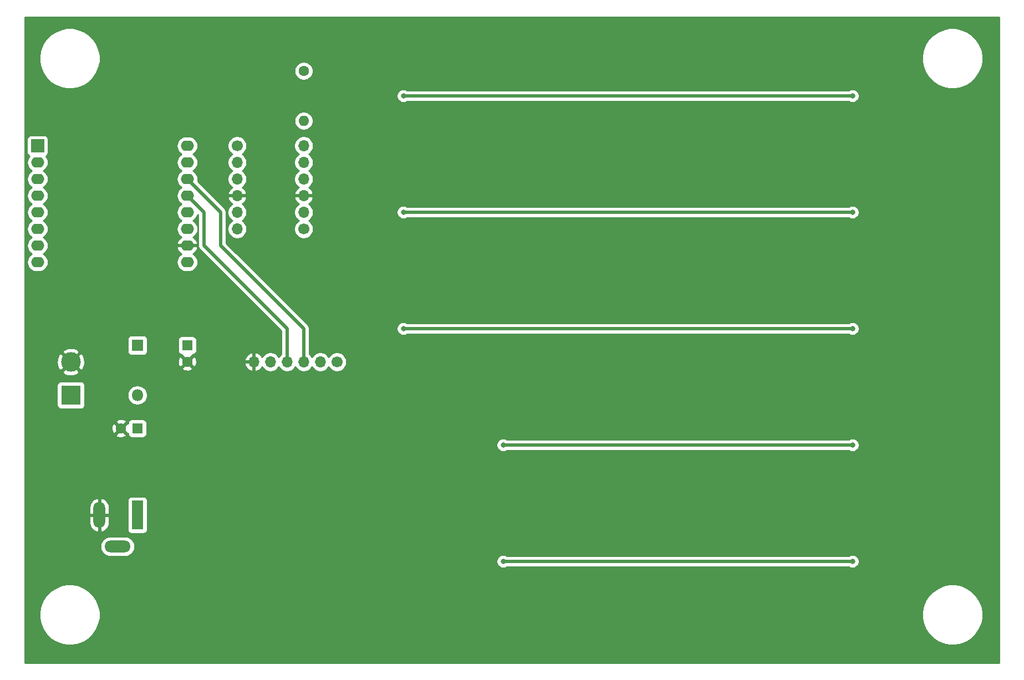
<source format=gbl>
%TF.GenerationSoftware,KiCad,Pcbnew,5.1.10*%
%TF.CreationDate,2021-10-31T13:45:51+01:00*%
%TF.ProjectId,binaryclock,62696e61-7279-4636-9c6f-636b2e6b6963,rev?*%
%TF.SameCoordinates,Original*%
%TF.FileFunction,Copper,L2,Bot*%
%TF.FilePolarity,Positive*%
%FSLAX46Y46*%
G04 Gerber Fmt 4.6, Leading zero omitted, Abs format (unit mm)*
G04 Created by KiCad (PCBNEW 5.1.10) date 2021-10-31 13:45:51*
%MOMM*%
%LPD*%
G01*
G04 APERTURE LIST*
%TA.AperFunction,ComponentPad*%
%ADD10O,1.700000X1.700000*%
%TD*%
%TA.AperFunction,ComponentPad*%
%ADD11C,1.700000*%
%TD*%
%TA.AperFunction,ComponentPad*%
%ADD12C,1.600000*%
%TD*%
%TA.AperFunction,ComponentPad*%
%ADD13R,1.600000X1.600000*%
%TD*%
%TA.AperFunction,ComponentPad*%
%ADD14R,1.800000X1.800000*%
%TD*%
%TA.AperFunction,ComponentPad*%
%ADD15O,1.800000X1.800000*%
%TD*%
%TA.AperFunction,ComponentPad*%
%ADD16O,4.000000X1.800000*%
%TD*%
%TA.AperFunction,ComponentPad*%
%ADD17O,1.800000X4.000000*%
%TD*%
%TA.AperFunction,ComponentPad*%
%ADD18R,1.800000X4.400000*%
%TD*%
%TA.AperFunction,ComponentPad*%
%ADD19C,3.000000*%
%TD*%
%TA.AperFunction,ComponentPad*%
%ADD20R,3.000000X3.000000*%
%TD*%
%TA.AperFunction,ComponentPad*%
%ADD21O,1.600000X1.600000*%
%TD*%
%TA.AperFunction,ComponentPad*%
%ADD22O,2.000000X1.600000*%
%TD*%
%TA.AperFunction,ComponentPad*%
%ADD23R,2.000000X2.000000*%
%TD*%
%TA.AperFunction,ViaPad*%
%ADD24C,0.800000*%
%TD*%
%TA.AperFunction,Conductor*%
%ADD25C,0.500000*%
%TD*%
%TA.AperFunction,Conductor*%
%ADD26C,0.254000*%
%TD*%
%TA.AperFunction,Conductor*%
%ADD27C,0.150000*%
%TD*%
G04 APERTURE END LIST*
D10*
%TO.P,J5,6*%
%TO.N,GND*%
X71120000Y-86360000D03*
%TO.P,J5,5*%
%TO.N,+3V3*%
X73660000Y-86360000D03*
%TO.P,J5,4*%
%TO.N,SDA*%
X76200000Y-86360000D03*
%TO.P,J5,3*%
%TO.N,SCL*%
X78740000Y-86360000D03*
%TO.P,J5,2*%
%TO.N,Net-(J5-Pad2)*%
X81280000Y-86360000D03*
D11*
%TO.P,J5,1*%
%TO.N,Net-(J5-Pad1)*%
X83820000Y-86360000D03*
%TD*%
D12*
%TO.P,C1,2*%
%TO.N,GND*%
X50840000Y-96520000D03*
D13*
%TO.P,C1,1*%
%TO.N,+5V*%
X53340000Y-96520000D03*
%TD*%
%TO.P,C2,1*%
%TO.N,+3V3*%
X60960000Y-83820000D03*
D12*
%TO.P,C2,2*%
%TO.N,GND*%
X60960000Y-86320000D03*
%TD*%
D14*
%TO.P,D1,1*%
%TO.N,Net-(D1-Pad1)*%
X53340000Y-83820000D03*
D15*
%TO.P,D1,2*%
%TO.N,+5V*%
X53340000Y-91440000D03*
%TD*%
D16*
%TO.P,J1,3*%
%TO.N,N/C*%
X50340000Y-114553400D03*
D17*
%TO.P,J1,2*%
%TO.N,GND*%
X47540000Y-109753400D03*
D18*
%TO.P,J1,1*%
%TO.N,+5V*%
X53340000Y-109753400D03*
%TD*%
D19*
%TO.P,J2,1*%
%TO.N,GND*%
X43180000Y-86360000D03*
D20*
%TO.P,J2,2*%
%TO.N,+5V*%
X43180000Y-91440000D03*
%TD*%
D10*
%TO.P,J3,6*%
%TO.N,Net-(J3-Pad6)*%
X68580000Y-66040000D03*
%TO.P,J3,5*%
%TO.N,Net-(J3-Pad5)*%
X68580000Y-63500000D03*
%TO.P,J3,4*%
%TO.N,GND*%
X68580000Y-60960000D03*
%TO.P,J3,3*%
%TO.N,+3V3*%
X68580000Y-58420000D03*
%TO.P,J3,2*%
%TO.N,Net-(J3-Pad2)*%
X68580000Y-55880000D03*
D11*
%TO.P,J3,1*%
%TO.N,LV_LED*%
X68580000Y-53340000D03*
%TD*%
%TO.P,J4,1*%
%TO.N,Net-(J4-Pad1)*%
X78740000Y-66040000D03*
D10*
%TO.P,J4,2*%
%TO.N,Net-(J4-Pad2)*%
X78740000Y-63500000D03*
%TO.P,J4,3*%
%TO.N,GND*%
X78740000Y-60960000D03*
%TO.P,J4,4*%
%TO.N,+5V*%
X78740000Y-58420000D03*
%TO.P,J4,5*%
%TO.N,Net-(J4-Pad5)*%
X78740000Y-55880000D03*
%TO.P,J4,6*%
%TO.N,HV_LED*%
X78740000Y-53340000D03*
%TD*%
D12*
%TO.P,R1,1*%
%TO.N,Net-(D2-Pad4)*%
X78740000Y-41910000D03*
D21*
%TO.P,R1,2*%
%TO.N,HV_LED*%
X78740000Y-49530000D03*
%TD*%
D22*
%TO.P,U1,2*%
%TO.N,Net-(U1-Pad2)*%
X38100000Y-55880000D03*
D23*
%TO.P,U1,1*%
%TO.N,Net-(U1-Pad1)*%
X38100000Y-53340000D03*
D22*
%TO.P,U1,3*%
%TO.N,Net-(U1-Pad3)*%
X38100000Y-58420000D03*
%TO.P,U1,4*%
%TO.N,LV_LED*%
X38100000Y-60960000D03*
%TO.P,U1,5*%
%TO.N,Net-(U1-Pad5)*%
X38100000Y-63500000D03*
%TO.P,U1,6*%
%TO.N,Net-(U1-Pad6)*%
X38100000Y-66040000D03*
%TO.P,U1,7*%
%TO.N,Net-(U1-Pad7)*%
X38100000Y-68580000D03*
%TO.P,U1,8*%
%TO.N,+3V3*%
X38100000Y-71120000D03*
%TO.P,U1,9*%
%TO.N,Net-(D1-Pad1)*%
X60960000Y-71120000D03*
%TO.P,U1,10*%
%TO.N,GND*%
X60960000Y-68580000D03*
%TO.P,U1,11*%
%TO.N,Net-(U1-Pad11)*%
X60960000Y-66040000D03*
%TO.P,U1,12*%
%TO.N,Net-(U1-Pad12)*%
X60960000Y-63500000D03*
%TO.P,U1,13*%
%TO.N,SDA*%
X60960000Y-60960000D03*
%TO.P,U1,14*%
%TO.N,SCL*%
X60960000Y-58420000D03*
%TO.P,U1,15*%
%TO.N,Net-(U1-Pad15)*%
X60960000Y-55880000D03*
%TO.P,U1,16*%
%TO.N,Net-(U1-Pad16)*%
X60960000Y-53340000D03*
%TD*%
D24*
%TO.N,GND*%
X170180000Y-55880000D03*
X154940000Y-55880000D03*
X139700000Y-55880000D03*
X124460000Y-55880000D03*
X109220000Y-55880000D03*
X93980000Y-55880000D03*
X93980000Y-73660000D03*
X109220000Y-73660000D03*
X124460000Y-73660000D03*
X139700000Y-73660000D03*
X154940000Y-73660000D03*
X170180000Y-73660000D03*
X170180000Y-91440000D03*
X154940000Y-91440000D03*
X139700000Y-91440000D03*
X124460000Y-91440000D03*
X109220000Y-91440000D03*
X109220000Y-109220000D03*
X124460000Y-109220000D03*
X139700000Y-109220000D03*
X154940000Y-109220000D03*
X170180000Y-109220000D03*
X170180000Y-127000000D03*
X154940000Y-127000000D03*
X139700000Y-127000000D03*
X124460000Y-127000000D03*
%TO.N,Net-(D2-Pad4)*%
X162560000Y-45720000D03*
X93980000Y-45720000D03*
%TO.N,minutes*%
X93980000Y-63500000D03*
X162560000Y-63500000D03*
%TO.N,hours*%
X93980000Y-81280000D03*
X162560000Y-81280000D03*
%TO.N,days*%
X109220000Y-99060000D03*
X162560000Y-99060000D03*
%TO.N,month*%
X109220000Y-116840000D03*
X162560000Y-116840000D03*
%TD*%
D25*
%TO.N,Net-(D2-Pad4)*%
X162560000Y-45720000D02*
X93980000Y-45720000D01*
%TO.N,minutes*%
X93980000Y-63500000D02*
X162560000Y-63500000D01*
%TO.N,hours*%
X93980000Y-81280000D02*
X162560000Y-81280000D01*
%TO.N,days*%
X109220000Y-99060000D02*
X162560000Y-99060000D01*
%TO.N,month*%
X109220000Y-116840000D02*
X162560000Y-116840000D01*
%TO.N,SDA*%
X76200000Y-86360000D02*
X76200000Y-81280000D01*
X76200000Y-81280000D02*
X63500000Y-68580000D01*
X63500000Y-68580000D02*
X63500000Y-63500000D01*
X63500000Y-63500000D02*
X60960000Y-60960000D01*
%TO.N,SCL*%
X60960000Y-58420000D02*
X66040000Y-63500000D01*
X66040000Y-63500000D02*
X66040000Y-68580000D01*
X78740000Y-81280000D02*
X78740000Y-86360000D01*
X66040000Y-68580000D02*
X78740000Y-81280000D01*
%TD*%
D26*
%TO.N,GND*%
X184900001Y-132360000D02*
X36220000Y-132360000D01*
X36220000Y-124541280D01*
X38342535Y-124541280D01*
X38342535Y-125458720D01*
X38521519Y-126358532D01*
X38872608Y-127206137D01*
X39382311Y-127968961D01*
X40031039Y-128617689D01*
X40793863Y-129127392D01*
X41641468Y-129478481D01*
X42541280Y-129657465D01*
X43458720Y-129657465D01*
X44358532Y-129478481D01*
X45206137Y-129127392D01*
X45968961Y-128617689D01*
X46617689Y-127968961D01*
X47127392Y-127206137D01*
X47478481Y-126358532D01*
X47657465Y-125458720D01*
X47657465Y-124541280D01*
X173142535Y-124541280D01*
X173142535Y-125458720D01*
X173321519Y-126358532D01*
X173672608Y-127206137D01*
X174182311Y-127968961D01*
X174831039Y-128617689D01*
X175593863Y-129127392D01*
X176441468Y-129478481D01*
X177341280Y-129657465D01*
X178258720Y-129657465D01*
X179158532Y-129478481D01*
X180006137Y-129127392D01*
X180768961Y-128617689D01*
X181417689Y-127968961D01*
X181927392Y-127206137D01*
X182278481Y-126358532D01*
X182457465Y-125458720D01*
X182457465Y-124541280D01*
X182278481Y-123641468D01*
X181927392Y-122793863D01*
X181417689Y-122031039D01*
X180768961Y-121382311D01*
X180006137Y-120872608D01*
X179158532Y-120521519D01*
X178258720Y-120342535D01*
X177341280Y-120342535D01*
X176441468Y-120521519D01*
X175593863Y-120872608D01*
X174831039Y-121382311D01*
X174182311Y-122031039D01*
X173672608Y-122793863D01*
X173321519Y-123641468D01*
X173142535Y-124541280D01*
X47657465Y-124541280D01*
X47478481Y-123641468D01*
X47127392Y-122793863D01*
X46617689Y-122031039D01*
X45968961Y-121382311D01*
X45206137Y-120872608D01*
X44358532Y-120521519D01*
X43458720Y-120342535D01*
X42541280Y-120342535D01*
X41641468Y-120521519D01*
X40793863Y-120872608D01*
X40031039Y-121382311D01*
X39382311Y-122031039D01*
X38872608Y-122793863D01*
X38521519Y-123641468D01*
X38342535Y-124541280D01*
X36220000Y-124541280D01*
X36220000Y-116738061D01*
X108185000Y-116738061D01*
X108185000Y-116941939D01*
X108224774Y-117141898D01*
X108302795Y-117330256D01*
X108416063Y-117499774D01*
X108560226Y-117643937D01*
X108729744Y-117757205D01*
X108918102Y-117835226D01*
X109118061Y-117875000D01*
X109321939Y-117875000D01*
X109521898Y-117835226D01*
X109710256Y-117757205D01*
X109758454Y-117725000D01*
X162021546Y-117725000D01*
X162069744Y-117757205D01*
X162258102Y-117835226D01*
X162458061Y-117875000D01*
X162661939Y-117875000D01*
X162861898Y-117835226D01*
X163050256Y-117757205D01*
X163219774Y-117643937D01*
X163363937Y-117499774D01*
X163477205Y-117330256D01*
X163555226Y-117141898D01*
X163595000Y-116941939D01*
X163595000Y-116738061D01*
X163555226Y-116538102D01*
X163477205Y-116349744D01*
X163363937Y-116180226D01*
X163219774Y-116036063D01*
X163050256Y-115922795D01*
X162861898Y-115844774D01*
X162661939Y-115805000D01*
X162458061Y-115805000D01*
X162258102Y-115844774D01*
X162069744Y-115922795D01*
X162021546Y-115955000D01*
X109758454Y-115955000D01*
X109710256Y-115922795D01*
X109521898Y-115844774D01*
X109321939Y-115805000D01*
X109118061Y-115805000D01*
X108918102Y-115844774D01*
X108729744Y-115922795D01*
X108560226Y-116036063D01*
X108416063Y-116180226D01*
X108302795Y-116349744D01*
X108224774Y-116538102D01*
X108185000Y-116738061D01*
X36220000Y-116738061D01*
X36220000Y-114553400D01*
X47697573Y-114553400D01*
X47727210Y-114854313D01*
X47814983Y-115143661D01*
X47957519Y-115410327D01*
X48149339Y-115644061D01*
X48383073Y-115835881D01*
X48649739Y-115978417D01*
X48939087Y-116066190D01*
X49164592Y-116088400D01*
X51515408Y-116088400D01*
X51740913Y-116066190D01*
X52030261Y-115978417D01*
X52296927Y-115835881D01*
X52530661Y-115644061D01*
X52722481Y-115410327D01*
X52865017Y-115143661D01*
X52952790Y-114854313D01*
X52982427Y-114553400D01*
X52952790Y-114252487D01*
X52865017Y-113963139D01*
X52722481Y-113696473D01*
X52530661Y-113462739D01*
X52296927Y-113270919D01*
X52030261Y-113128383D01*
X51740913Y-113040610D01*
X51515408Y-113018400D01*
X49164592Y-113018400D01*
X48939087Y-113040610D01*
X48649739Y-113128383D01*
X48383073Y-113270919D01*
X48149339Y-113462739D01*
X47957519Y-113696473D01*
X47814983Y-113963139D01*
X47727210Y-114252487D01*
X47697573Y-114553400D01*
X36220000Y-114553400D01*
X36220000Y-109880400D01*
X46005000Y-109880400D01*
X46005000Y-110980400D01*
X46059271Y-111277423D01*
X46170446Y-111558151D01*
X46334252Y-111811796D01*
X46544394Y-112028610D01*
X46792796Y-112200262D01*
X47069913Y-112320155D01*
X47175260Y-112344436D01*
X47413000Y-112223778D01*
X47413000Y-109880400D01*
X47667000Y-109880400D01*
X47667000Y-112223778D01*
X47904740Y-112344436D01*
X48010087Y-112320155D01*
X48287204Y-112200262D01*
X48535606Y-112028610D01*
X48745748Y-111811796D01*
X48909554Y-111558151D01*
X49020729Y-111277423D01*
X49075000Y-110980400D01*
X49075000Y-109880400D01*
X47667000Y-109880400D01*
X47413000Y-109880400D01*
X46005000Y-109880400D01*
X36220000Y-109880400D01*
X36220000Y-108526400D01*
X46005000Y-108526400D01*
X46005000Y-109626400D01*
X47413000Y-109626400D01*
X47413000Y-107283022D01*
X47667000Y-107283022D01*
X47667000Y-109626400D01*
X49075000Y-109626400D01*
X49075000Y-108526400D01*
X49020729Y-108229377D01*
X48909554Y-107948649D01*
X48745748Y-107695004D01*
X48608502Y-107553400D01*
X51801928Y-107553400D01*
X51801928Y-111953400D01*
X51814188Y-112077882D01*
X51850498Y-112197580D01*
X51909463Y-112307894D01*
X51988815Y-112404585D01*
X52085506Y-112483937D01*
X52195820Y-112542902D01*
X52315518Y-112579212D01*
X52440000Y-112591472D01*
X54240000Y-112591472D01*
X54364482Y-112579212D01*
X54484180Y-112542902D01*
X54594494Y-112483937D01*
X54691185Y-112404585D01*
X54770537Y-112307894D01*
X54829502Y-112197580D01*
X54865812Y-112077882D01*
X54878072Y-111953400D01*
X54878072Y-107553400D01*
X54865812Y-107428918D01*
X54829502Y-107309220D01*
X54770537Y-107198906D01*
X54691185Y-107102215D01*
X54594494Y-107022863D01*
X54484180Y-106963898D01*
X54364482Y-106927588D01*
X54240000Y-106915328D01*
X52440000Y-106915328D01*
X52315518Y-106927588D01*
X52195820Y-106963898D01*
X52085506Y-107022863D01*
X51988815Y-107102215D01*
X51909463Y-107198906D01*
X51850498Y-107309220D01*
X51814188Y-107428918D01*
X51801928Y-107553400D01*
X48608502Y-107553400D01*
X48535606Y-107478190D01*
X48287204Y-107306538D01*
X48010087Y-107186645D01*
X47904740Y-107162364D01*
X47667000Y-107283022D01*
X47413000Y-107283022D01*
X47175260Y-107162364D01*
X47069913Y-107186645D01*
X46792796Y-107306538D01*
X46544394Y-107478190D01*
X46334252Y-107695004D01*
X46170446Y-107948649D01*
X46059271Y-108229377D01*
X46005000Y-108526400D01*
X36220000Y-108526400D01*
X36220000Y-98958061D01*
X108185000Y-98958061D01*
X108185000Y-99161939D01*
X108224774Y-99361898D01*
X108302795Y-99550256D01*
X108416063Y-99719774D01*
X108560226Y-99863937D01*
X108729744Y-99977205D01*
X108918102Y-100055226D01*
X109118061Y-100095000D01*
X109321939Y-100095000D01*
X109521898Y-100055226D01*
X109710256Y-99977205D01*
X109758454Y-99945000D01*
X162021546Y-99945000D01*
X162069744Y-99977205D01*
X162258102Y-100055226D01*
X162458061Y-100095000D01*
X162661939Y-100095000D01*
X162861898Y-100055226D01*
X163050256Y-99977205D01*
X163219774Y-99863937D01*
X163363937Y-99719774D01*
X163477205Y-99550256D01*
X163555226Y-99361898D01*
X163595000Y-99161939D01*
X163595000Y-98958061D01*
X163555226Y-98758102D01*
X163477205Y-98569744D01*
X163363937Y-98400226D01*
X163219774Y-98256063D01*
X163050256Y-98142795D01*
X162861898Y-98064774D01*
X162661939Y-98025000D01*
X162458061Y-98025000D01*
X162258102Y-98064774D01*
X162069744Y-98142795D01*
X162021546Y-98175000D01*
X109758454Y-98175000D01*
X109710256Y-98142795D01*
X109521898Y-98064774D01*
X109321939Y-98025000D01*
X109118061Y-98025000D01*
X108918102Y-98064774D01*
X108729744Y-98142795D01*
X108560226Y-98256063D01*
X108416063Y-98400226D01*
X108302795Y-98569744D01*
X108224774Y-98758102D01*
X108185000Y-98958061D01*
X36220000Y-98958061D01*
X36220000Y-97512702D01*
X50026903Y-97512702D01*
X50098486Y-97756671D01*
X50353996Y-97877571D01*
X50628184Y-97946300D01*
X50910512Y-97960217D01*
X51190130Y-97918787D01*
X51456292Y-97823603D01*
X51581514Y-97756671D01*
X51653097Y-97512702D01*
X50840000Y-96699605D01*
X50026903Y-97512702D01*
X36220000Y-97512702D01*
X36220000Y-96590512D01*
X49399783Y-96590512D01*
X49441213Y-96870130D01*
X49536397Y-97136292D01*
X49603329Y-97261514D01*
X49847298Y-97333097D01*
X50660395Y-96520000D01*
X51019605Y-96520000D01*
X51832702Y-97333097D01*
X51901928Y-97312785D01*
X51901928Y-97320000D01*
X51914188Y-97444482D01*
X51950498Y-97564180D01*
X52009463Y-97674494D01*
X52088815Y-97771185D01*
X52185506Y-97850537D01*
X52295820Y-97909502D01*
X52415518Y-97945812D01*
X52540000Y-97958072D01*
X54140000Y-97958072D01*
X54264482Y-97945812D01*
X54384180Y-97909502D01*
X54494494Y-97850537D01*
X54591185Y-97771185D01*
X54670537Y-97674494D01*
X54729502Y-97564180D01*
X54765812Y-97444482D01*
X54778072Y-97320000D01*
X54778072Y-95720000D01*
X54765812Y-95595518D01*
X54729502Y-95475820D01*
X54670537Y-95365506D01*
X54591185Y-95268815D01*
X54494494Y-95189463D01*
X54384180Y-95130498D01*
X54264482Y-95094188D01*
X54140000Y-95081928D01*
X52540000Y-95081928D01*
X52415518Y-95094188D01*
X52295820Y-95130498D01*
X52185506Y-95189463D01*
X52088815Y-95268815D01*
X52009463Y-95365506D01*
X51950498Y-95475820D01*
X51914188Y-95595518D01*
X51901928Y-95720000D01*
X51901928Y-95727215D01*
X51832702Y-95706903D01*
X51019605Y-96520000D01*
X50660395Y-96520000D01*
X49847298Y-95706903D01*
X49603329Y-95778486D01*
X49482429Y-96033996D01*
X49413700Y-96308184D01*
X49399783Y-96590512D01*
X36220000Y-96590512D01*
X36220000Y-95527298D01*
X50026903Y-95527298D01*
X50840000Y-96340395D01*
X51653097Y-95527298D01*
X51581514Y-95283329D01*
X51326004Y-95162429D01*
X51051816Y-95093700D01*
X50769488Y-95079783D01*
X50489870Y-95121213D01*
X50223708Y-95216397D01*
X50098486Y-95283329D01*
X50026903Y-95527298D01*
X36220000Y-95527298D01*
X36220000Y-89940000D01*
X41041928Y-89940000D01*
X41041928Y-92940000D01*
X41054188Y-93064482D01*
X41090498Y-93184180D01*
X41149463Y-93294494D01*
X41228815Y-93391185D01*
X41325506Y-93470537D01*
X41435820Y-93529502D01*
X41555518Y-93565812D01*
X41680000Y-93578072D01*
X44680000Y-93578072D01*
X44804482Y-93565812D01*
X44924180Y-93529502D01*
X45034494Y-93470537D01*
X45131185Y-93391185D01*
X45210537Y-93294494D01*
X45269502Y-93184180D01*
X45305812Y-93064482D01*
X45318072Y-92940000D01*
X45318072Y-91288816D01*
X51805000Y-91288816D01*
X51805000Y-91591184D01*
X51863989Y-91887743D01*
X51979701Y-92167095D01*
X52147688Y-92418505D01*
X52361495Y-92632312D01*
X52612905Y-92800299D01*
X52892257Y-92916011D01*
X53188816Y-92975000D01*
X53491184Y-92975000D01*
X53787743Y-92916011D01*
X54067095Y-92800299D01*
X54318505Y-92632312D01*
X54532312Y-92418505D01*
X54700299Y-92167095D01*
X54816011Y-91887743D01*
X54875000Y-91591184D01*
X54875000Y-91288816D01*
X54816011Y-90992257D01*
X54700299Y-90712905D01*
X54532312Y-90461495D01*
X54318505Y-90247688D01*
X54067095Y-90079701D01*
X53787743Y-89963989D01*
X53491184Y-89905000D01*
X53188816Y-89905000D01*
X52892257Y-89963989D01*
X52612905Y-90079701D01*
X52361495Y-90247688D01*
X52147688Y-90461495D01*
X51979701Y-90712905D01*
X51863989Y-90992257D01*
X51805000Y-91288816D01*
X45318072Y-91288816D01*
X45318072Y-89940000D01*
X45305812Y-89815518D01*
X45269502Y-89695820D01*
X45210537Y-89585506D01*
X45131185Y-89488815D01*
X45034494Y-89409463D01*
X44924180Y-89350498D01*
X44804482Y-89314188D01*
X44680000Y-89301928D01*
X41680000Y-89301928D01*
X41555518Y-89314188D01*
X41435820Y-89350498D01*
X41325506Y-89409463D01*
X41228815Y-89488815D01*
X41149463Y-89585506D01*
X41090498Y-89695820D01*
X41054188Y-89815518D01*
X41041928Y-89940000D01*
X36220000Y-89940000D01*
X36220000Y-87851653D01*
X41867952Y-87851653D01*
X42023962Y-88167214D01*
X42398745Y-88358020D01*
X42803551Y-88472044D01*
X43222824Y-88504902D01*
X43640451Y-88455334D01*
X44040383Y-88325243D01*
X44336038Y-88167214D01*
X44492048Y-87851653D01*
X43180000Y-86539605D01*
X41867952Y-87851653D01*
X36220000Y-87851653D01*
X36220000Y-86402824D01*
X41035098Y-86402824D01*
X41084666Y-86820451D01*
X41214757Y-87220383D01*
X41372786Y-87516038D01*
X41688347Y-87672048D01*
X43000395Y-86360000D01*
X43359605Y-86360000D01*
X44671653Y-87672048D01*
X44987214Y-87516038D01*
X45090734Y-87312702D01*
X60146903Y-87312702D01*
X60218486Y-87556671D01*
X60473996Y-87677571D01*
X60748184Y-87746300D01*
X61030512Y-87760217D01*
X61310130Y-87718787D01*
X61576292Y-87623603D01*
X61701514Y-87556671D01*
X61773097Y-87312702D01*
X60960000Y-86499605D01*
X60146903Y-87312702D01*
X45090734Y-87312702D01*
X45178020Y-87141255D01*
X45292044Y-86736449D01*
X45319154Y-86390512D01*
X59519783Y-86390512D01*
X59561213Y-86670130D01*
X59656397Y-86936292D01*
X59723329Y-87061514D01*
X59967298Y-87133097D01*
X60780395Y-86320000D01*
X61139605Y-86320000D01*
X61952702Y-87133097D01*
X62196671Y-87061514D01*
X62317571Y-86806004D01*
X62339908Y-86716891D01*
X69678519Y-86716891D01*
X69775843Y-86991252D01*
X69924822Y-87241355D01*
X70119731Y-87457588D01*
X70353080Y-87631641D01*
X70615901Y-87756825D01*
X70763110Y-87801476D01*
X70993000Y-87680155D01*
X70993000Y-86487000D01*
X69799186Y-86487000D01*
X69678519Y-86716891D01*
X62339908Y-86716891D01*
X62386300Y-86531816D01*
X62400217Y-86249488D01*
X62363712Y-86003109D01*
X69678519Y-86003109D01*
X69799186Y-86233000D01*
X70993000Y-86233000D01*
X70993000Y-85039845D01*
X70763110Y-84918524D01*
X70615901Y-84963175D01*
X70353080Y-85088359D01*
X70119731Y-85262412D01*
X69924822Y-85478645D01*
X69775843Y-85728748D01*
X69678519Y-86003109D01*
X62363712Y-86003109D01*
X62358787Y-85969870D01*
X62263603Y-85703708D01*
X62196671Y-85578486D01*
X61952702Y-85506903D01*
X61139605Y-86320000D01*
X60780395Y-86320000D01*
X59967298Y-85506903D01*
X59723329Y-85578486D01*
X59602429Y-85833996D01*
X59533700Y-86108184D01*
X59519783Y-86390512D01*
X45319154Y-86390512D01*
X45324902Y-86317176D01*
X45275334Y-85899549D01*
X45145243Y-85499617D01*
X44987214Y-85203962D01*
X44671653Y-85047952D01*
X43359605Y-86360000D01*
X43000395Y-86360000D01*
X41688347Y-85047952D01*
X41372786Y-85203962D01*
X41181980Y-85578745D01*
X41067956Y-85983551D01*
X41035098Y-86402824D01*
X36220000Y-86402824D01*
X36220000Y-84868347D01*
X41867952Y-84868347D01*
X43180000Y-86180395D01*
X44492048Y-84868347D01*
X44336038Y-84552786D01*
X43961255Y-84361980D01*
X43556449Y-84247956D01*
X43137176Y-84215098D01*
X42719549Y-84264666D01*
X42319617Y-84394757D01*
X42023962Y-84552786D01*
X41867952Y-84868347D01*
X36220000Y-84868347D01*
X36220000Y-82920000D01*
X51801928Y-82920000D01*
X51801928Y-84720000D01*
X51814188Y-84844482D01*
X51850498Y-84964180D01*
X51909463Y-85074494D01*
X51988815Y-85171185D01*
X52085506Y-85250537D01*
X52195820Y-85309502D01*
X52315518Y-85345812D01*
X52440000Y-85358072D01*
X54240000Y-85358072D01*
X54364482Y-85345812D01*
X54484180Y-85309502D01*
X54594494Y-85250537D01*
X54691185Y-85171185D01*
X54770537Y-85074494D01*
X54829502Y-84964180D01*
X54865812Y-84844482D01*
X54878072Y-84720000D01*
X54878072Y-83020000D01*
X59521928Y-83020000D01*
X59521928Y-84620000D01*
X59534188Y-84744482D01*
X59570498Y-84864180D01*
X59629463Y-84974494D01*
X59708815Y-85071185D01*
X59805506Y-85150537D01*
X59915820Y-85209502D01*
X60035518Y-85245812D01*
X60160000Y-85258072D01*
X60167215Y-85258072D01*
X60146903Y-85327298D01*
X60960000Y-86140395D01*
X61773097Y-85327298D01*
X61752785Y-85258072D01*
X61760000Y-85258072D01*
X61884482Y-85245812D01*
X62004180Y-85209502D01*
X62114494Y-85150537D01*
X62211185Y-85071185D01*
X62290537Y-84974494D01*
X62349502Y-84864180D01*
X62385812Y-84744482D01*
X62398072Y-84620000D01*
X62398072Y-83020000D01*
X62385812Y-82895518D01*
X62349502Y-82775820D01*
X62290537Y-82665506D01*
X62211185Y-82568815D01*
X62114494Y-82489463D01*
X62004180Y-82430498D01*
X61884482Y-82394188D01*
X61760000Y-82381928D01*
X60160000Y-82381928D01*
X60035518Y-82394188D01*
X59915820Y-82430498D01*
X59805506Y-82489463D01*
X59708815Y-82568815D01*
X59629463Y-82665506D01*
X59570498Y-82775820D01*
X59534188Y-82895518D01*
X59521928Y-83020000D01*
X54878072Y-83020000D01*
X54878072Y-82920000D01*
X54865812Y-82795518D01*
X54829502Y-82675820D01*
X54770537Y-82565506D01*
X54691185Y-82468815D01*
X54594494Y-82389463D01*
X54484180Y-82330498D01*
X54364482Y-82294188D01*
X54240000Y-82281928D01*
X52440000Y-82281928D01*
X52315518Y-82294188D01*
X52195820Y-82330498D01*
X52085506Y-82389463D01*
X51988815Y-82468815D01*
X51909463Y-82565506D01*
X51850498Y-82675820D01*
X51814188Y-82795518D01*
X51801928Y-82920000D01*
X36220000Y-82920000D01*
X36220000Y-55880000D01*
X36458057Y-55880000D01*
X36485764Y-56161309D01*
X36567818Y-56431808D01*
X36701068Y-56681101D01*
X36880392Y-56899608D01*
X37098899Y-57078932D01*
X37231858Y-57150000D01*
X37098899Y-57221068D01*
X36880392Y-57400392D01*
X36701068Y-57618899D01*
X36567818Y-57868192D01*
X36485764Y-58138691D01*
X36458057Y-58420000D01*
X36485764Y-58701309D01*
X36567818Y-58971808D01*
X36701068Y-59221101D01*
X36880392Y-59439608D01*
X37098899Y-59618932D01*
X37231858Y-59690000D01*
X37098899Y-59761068D01*
X36880392Y-59940392D01*
X36701068Y-60158899D01*
X36567818Y-60408192D01*
X36485764Y-60678691D01*
X36458057Y-60960000D01*
X36485764Y-61241309D01*
X36567818Y-61511808D01*
X36701068Y-61761101D01*
X36880392Y-61979608D01*
X37098899Y-62158932D01*
X37231858Y-62230000D01*
X37098899Y-62301068D01*
X36880392Y-62480392D01*
X36701068Y-62698899D01*
X36567818Y-62948192D01*
X36485764Y-63218691D01*
X36458057Y-63500000D01*
X36485764Y-63781309D01*
X36567818Y-64051808D01*
X36701068Y-64301101D01*
X36880392Y-64519608D01*
X37098899Y-64698932D01*
X37231858Y-64770000D01*
X37098899Y-64841068D01*
X36880392Y-65020392D01*
X36701068Y-65238899D01*
X36567818Y-65488192D01*
X36485764Y-65758691D01*
X36458057Y-66040000D01*
X36485764Y-66321309D01*
X36567818Y-66591808D01*
X36701068Y-66841101D01*
X36880392Y-67059608D01*
X37098899Y-67238932D01*
X37231858Y-67310000D01*
X37098899Y-67381068D01*
X36880392Y-67560392D01*
X36701068Y-67778899D01*
X36567818Y-68028192D01*
X36485764Y-68298691D01*
X36458057Y-68580000D01*
X36485764Y-68861309D01*
X36567818Y-69131808D01*
X36701068Y-69381101D01*
X36880392Y-69599608D01*
X37098899Y-69778932D01*
X37231858Y-69850000D01*
X37098899Y-69921068D01*
X36880392Y-70100392D01*
X36701068Y-70318899D01*
X36567818Y-70568192D01*
X36485764Y-70838691D01*
X36458057Y-71120000D01*
X36485764Y-71401309D01*
X36567818Y-71671808D01*
X36701068Y-71921101D01*
X36880392Y-72139608D01*
X37098899Y-72318932D01*
X37348192Y-72452182D01*
X37618691Y-72534236D01*
X37829508Y-72555000D01*
X38370492Y-72555000D01*
X38581309Y-72534236D01*
X38851808Y-72452182D01*
X39101101Y-72318932D01*
X39319608Y-72139608D01*
X39498932Y-71921101D01*
X39632182Y-71671808D01*
X39714236Y-71401309D01*
X39741943Y-71120000D01*
X59318057Y-71120000D01*
X59345764Y-71401309D01*
X59427818Y-71671808D01*
X59561068Y-71921101D01*
X59740392Y-72139608D01*
X59958899Y-72318932D01*
X60208192Y-72452182D01*
X60478691Y-72534236D01*
X60689508Y-72555000D01*
X61230492Y-72555000D01*
X61441309Y-72534236D01*
X61711808Y-72452182D01*
X61961101Y-72318932D01*
X62179608Y-72139608D01*
X62358932Y-71921101D01*
X62492182Y-71671808D01*
X62574236Y-71401309D01*
X62601943Y-71120000D01*
X62574236Y-70838691D01*
X62492182Y-70568192D01*
X62358932Y-70318899D01*
X62179608Y-70100392D01*
X61961101Y-69921068D01*
X61831655Y-69851878D01*
X61849227Y-69844430D01*
X62082662Y-69685673D01*
X62280639Y-69484425D01*
X62435551Y-69248421D01*
X62541444Y-68986730D01*
X62551904Y-68929039D01*
X62429915Y-68707000D01*
X61087000Y-68707000D01*
X61087000Y-68727000D01*
X60833000Y-68727000D01*
X60833000Y-68707000D01*
X59490085Y-68707000D01*
X59368096Y-68929039D01*
X59378556Y-68986730D01*
X59484449Y-69248421D01*
X59639361Y-69484425D01*
X59837338Y-69685673D01*
X60070773Y-69844430D01*
X60088345Y-69851878D01*
X59958899Y-69921068D01*
X59740392Y-70100392D01*
X59561068Y-70318899D01*
X59427818Y-70568192D01*
X59345764Y-70838691D01*
X59318057Y-71120000D01*
X39741943Y-71120000D01*
X39714236Y-70838691D01*
X39632182Y-70568192D01*
X39498932Y-70318899D01*
X39319608Y-70100392D01*
X39101101Y-69921068D01*
X38968142Y-69850000D01*
X39101101Y-69778932D01*
X39319608Y-69599608D01*
X39498932Y-69381101D01*
X39632182Y-69131808D01*
X39714236Y-68861309D01*
X39741943Y-68580000D01*
X39714236Y-68298691D01*
X39632182Y-68028192D01*
X39498932Y-67778899D01*
X39319608Y-67560392D01*
X39101101Y-67381068D01*
X38968142Y-67310000D01*
X39101101Y-67238932D01*
X39319608Y-67059608D01*
X39498932Y-66841101D01*
X39632182Y-66591808D01*
X39714236Y-66321309D01*
X39741943Y-66040000D01*
X39714236Y-65758691D01*
X39632182Y-65488192D01*
X39498932Y-65238899D01*
X39319608Y-65020392D01*
X39101101Y-64841068D01*
X38968142Y-64770000D01*
X39101101Y-64698932D01*
X39319608Y-64519608D01*
X39498932Y-64301101D01*
X39632182Y-64051808D01*
X39714236Y-63781309D01*
X39741943Y-63500000D01*
X39714236Y-63218691D01*
X39632182Y-62948192D01*
X39498932Y-62698899D01*
X39319608Y-62480392D01*
X39101101Y-62301068D01*
X38968142Y-62230000D01*
X39101101Y-62158932D01*
X39319608Y-61979608D01*
X39498932Y-61761101D01*
X39632182Y-61511808D01*
X39714236Y-61241309D01*
X39741943Y-60960000D01*
X39714236Y-60678691D01*
X39632182Y-60408192D01*
X39498932Y-60158899D01*
X39319608Y-59940392D01*
X39101101Y-59761068D01*
X38968142Y-59690000D01*
X39101101Y-59618932D01*
X39319608Y-59439608D01*
X39498932Y-59221101D01*
X39632182Y-58971808D01*
X39714236Y-58701309D01*
X39741943Y-58420000D01*
X39714236Y-58138691D01*
X39632182Y-57868192D01*
X39498932Y-57618899D01*
X39319608Y-57400392D01*
X39101101Y-57221068D01*
X38968142Y-57150000D01*
X39101101Y-57078932D01*
X39319608Y-56899608D01*
X39498932Y-56681101D01*
X39632182Y-56431808D01*
X39714236Y-56161309D01*
X39741943Y-55880000D01*
X39714236Y-55598691D01*
X39632182Y-55328192D01*
X39498932Y-55078899D01*
X39366524Y-54917559D01*
X39454494Y-54870537D01*
X39551185Y-54791185D01*
X39630537Y-54694494D01*
X39689502Y-54584180D01*
X39725812Y-54464482D01*
X39738072Y-54340000D01*
X39738072Y-53340000D01*
X59318057Y-53340000D01*
X59345764Y-53621309D01*
X59427818Y-53891808D01*
X59561068Y-54141101D01*
X59740392Y-54359608D01*
X59958899Y-54538932D01*
X60091858Y-54610000D01*
X59958899Y-54681068D01*
X59740392Y-54860392D01*
X59561068Y-55078899D01*
X59427818Y-55328192D01*
X59345764Y-55598691D01*
X59318057Y-55880000D01*
X59345764Y-56161309D01*
X59427818Y-56431808D01*
X59561068Y-56681101D01*
X59740392Y-56899608D01*
X59958899Y-57078932D01*
X60091858Y-57150000D01*
X59958899Y-57221068D01*
X59740392Y-57400392D01*
X59561068Y-57618899D01*
X59427818Y-57868192D01*
X59345764Y-58138691D01*
X59318057Y-58420000D01*
X59345764Y-58701309D01*
X59427818Y-58971808D01*
X59561068Y-59221101D01*
X59740392Y-59439608D01*
X59958899Y-59618932D01*
X60091858Y-59690000D01*
X59958899Y-59761068D01*
X59740392Y-59940392D01*
X59561068Y-60158899D01*
X59427818Y-60408192D01*
X59345764Y-60678691D01*
X59318057Y-60960000D01*
X59345764Y-61241309D01*
X59427818Y-61511808D01*
X59561068Y-61761101D01*
X59740392Y-61979608D01*
X59958899Y-62158932D01*
X60091858Y-62230000D01*
X59958899Y-62301068D01*
X59740392Y-62480392D01*
X59561068Y-62698899D01*
X59427818Y-62948192D01*
X59345764Y-63218691D01*
X59318057Y-63500000D01*
X59345764Y-63781309D01*
X59427818Y-64051808D01*
X59561068Y-64301101D01*
X59740392Y-64519608D01*
X59958899Y-64698932D01*
X60091858Y-64770000D01*
X59958899Y-64841068D01*
X59740392Y-65020392D01*
X59561068Y-65238899D01*
X59427818Y-65488192D01*
X59345764Y-65758691D01*
X59318057Y-66040000D01*
X59345764Y-66321309D01*
X59427818Y-66591808D01*
X59561068Y-66841101D01*
X59740392Y-67059608D01*
X59958899Y-67238932D01*
X60088345Y-67308122D01*
X60070773Y-67315570D01*
X59837338Y-67474327D01*
X59639361Y-67675575D01*
X59484449Y-67911579D01*
X59378556Y-68173270D01*
X59368096Y-68230961D01*
X59490085Y-68453000D01*
X60833000Y-68453000D01*
X60833000Y-68433000D01*
X61087000Y-68433000D01*
X61087000Y-68453000D01*
X62429915Y-68453000D01*
X62551904Y-68230961D01*
X62541444Y-68173270D01*
X62435551Y-67911579D01*
X62280639Y-67675575D01*
X62082662Y-67474327D01*
X61849227Y-67315570D01*
X61831655Y-67308122D01*
X61961101Y-67238932D01*
X62179608Y-67059608D01*
X62358932Y-66841101D01*
X62492182Y-66591808D01*
X62574236Y-66321309D01*
X62601943Y-66040000D01*
X62574236Y-65758691D01*
X62492182Y-65488192D01*
X62358932Y-65238899D01*
X62179608Y-65020392D01*
X61961101Y-64841068D01*
X61828142Y-64770000D01*
X61961101Y-64698932D01*
X62179608Y-64519608D01*
X62358932Y-64301101D01*
X62492182Y-64051808D01*
X62563878Y-63815456D01*
X62615001Y-63866580D01*
X62615000Y-68536531D01*
X62610719Y-68580000D01*
X62615000Y-68623469D01*
X62615000Y-68623476D01*
X62627805Y-68753489D01*
X62678411Y-68920312D01*
X62760589Y-69074058D01*
X62871183Y-69208817D01*
X62904956Y-69236534D01*
X75315001Y-81646580D01*
X75315000Y-85165344D01*
X75253368Y-85206525D01*
X75046525Y-85413368D01*
X74930000Y-85587760D01*
X74813475Y-85413368D01*
X74606632Y-85206525D01*
X74363411Y-85044010D01*
X74093158Y-84932068D01*
X73806260Y-84875000D01*
X73513740Y-84875000D01*
X73226842Y-84932068D01*
X72956589Y-85044010D01*
X72713368Y-85206525D01*
X72506525Y-85413368D01*
X72384805Y-85595534D01*
X72315178Y-85478645D01*
X72120269Y-85262412D01*
X71886920Y-85088359D01*
X71624099Y-84963175D01*
X71476890Y-84918524D01*
X71247000Y-85039845D01*
X71247000Y-86233000D01*
X71267000Y-86233000D01*
X71267000Y-86487000D01*
X71247000Y-86487000D01*
X71247000Y-87680155D01*
X71476890Y-87801476D01*
X71624099Y-87756825D01*
X71886920Y-87631641D01*
X72120269Y-87457588D01*
X72315178Y-87241355D01*
X72384805Y-87124466D01*
X72506525Y-87306632D01*
X72713368Y-87513475D01*
X72956589Y-87675990D01*
X73226842Y-87787932D01*
X73513740Y-87845000D01*
X73806260Y-87845000D01*
X74093158Y-87787932D01*
X74363411Y-87675990D01*
X74606632Y-87513475D01*
X74813475Y-87306632D01*
X74930000Y-87132240D01*
X75046525Y-87306632D01*
X75253368Y-87513475D01*
X75496589Y-87675990D01*
X75766842Y-87787932D01*
X76053740Y-87845000D01*
X76346260Y-87845000D01*
X76633158Y-87787932D01*
X76903411Y-87675990D01*
X77146632Y-87513475D01*
X77353475Y-87306632D01*
X77470000Y-87132240D01*
X77586525Y-87306632D01*
X77793368Y-87513475D01*
X78036589Y-87675990D01*
X78306842Y-87787932D01*
X78593740Y-87845000D01*
X78886260Y-87845000D01*
X79173158Y-87787932D01*
X79443411Y-87675990D01*
X79686632Y-87513475D01*
X79893475Y-87306632D01*
X80010000Y-87132240D01*
X80126525Y-87306632D01*
X80333368Y-87513475D01*
X80576589Y-87675990D01*
X80846842Y-87787932D01*
X81133740Y-87845000D01*
X81426260Y-87845000D01*
X81713158Y-87787932D01*
X81983411Y-87675990D01*
X82226632Y-87513475D01*
X82433475Y-87306632D01*
X82550000Y-87132240D01*
X82666525Y-87306632D01*
X82873368Y-87513475D01*
X83116589Y-87675990D01*
X83386842Y-87787932D01*
X83673740Y-87845000D01*
X83966260Y-87845000D01*
X84253158Y-87787932D01*
X84523411Y-87675990D01*
X84766632Y-87513475D01*
X84973475Y-87306632D01*
X85135990Y-87063411D01*
X85247932Y-86793158D01*
X85305000Y-86506260D01*
X85305000Y-86213740D01*
X85247932Y-85926842D01*
X85135990Y-85656589D01*
X84973475Y-85413368D01*
X84766632Y-85206525D01*
X84523411Y-85044010D01*
X84253158Y-84932068D01*
X83966260Y-84875000D01*
X83673740Y-84875000D01*
X83386842Y-84932068D01*
X83116589Y-85044010D01*
X82873368Y-85206525D01*
X82666525Y-85413368D01*
X82550000Y-85587760D01*
X82433475Y-85413368D01*
X82226632Y-85206525D01*
X81983411Y-85044010D01*
X81713158Y-84932068D01*
X81426260Y-84875000D01*
X81133740Y-84875000D01*
X80846842Y-84932068D01*
X80576589Y-85044010D01*
X80333368Y-85206525D01*
X80126525Y-85413368D01*
X80010000Y-85587760D01*
X79893475Y-85413368D01*
X79686632Y-85206525D01*
X79625000Y-85165344D01*
X79625000Y-81323465D01*
X79629281Y-81279999D01*
X79625000Y-81236533D01*
X79625000Y-81236523D01*
X79619243Y-81178061D01*
X92945000Y-81178061D01*
X92945000Y-81381939D01*
X92984774Y-81581898D01*
X93062795Y-81770256D01*
X93176063Y-81939774D01*
X93320226Y-82083937D01*
X93489744Y-82197205D01*
X93678102Y-82275226D01*
X93878061Y-82315000D01*
X94081939Y-82315000D01*
X94281898Y-82275226D01*
X94470256Y-82197205D01*
X94518454Y-82165000D01*
X162021546Y-82165000D01*
X162069744Y-82197205D01*
X162258102Y-82275226D01*
X162458061Y-82315000D01*
X162661939Y-82315000D01*
X162861898Y-82275226D01*
X163050256Y-82197205D01*
X163219774Y-82083937D01*
X163363937Y-81939774D01*
X163477205Y-81770256D01*
X163555226Y-81581898D01*
X163595000Y-81381939D01*
X163595000Y-81178061D01*
X163555226Y-80978102D01*
X163477205Y-80789744D01*
X163363937Y-80620226D01*
X163219774Y-80476063D01*
X163050256Y-80362795D01*
X162861898Y-80284774D01*
X162661939Y-80245000D01*
X162458061Y-80245000D01*
X162258102Y-80284774D01*
X162069744Y-80362795D01*
X162021546Y-80395000D01*
X94518454Y-80395000D01*
X94470256Y-80362795D01*
X94281898Y-80284774D01*
X94081939Y-80245000D01*
X93878061Y-80245000D01*
X93678102Y-80284774D01*
X93489744Y-80362795D01*
X93320226Y-80476063D01*
X93176063Y-80620226D01*
X93062795Y-80789744D01*
X92984774Y-80978102D01*
X92945000Y-81178061D01*
X79619243Y-81178061D01*
X79612195Y-81106510D01*
X79561589Y-80939687D01*
X79479411Y-80785941D01*
X79368817Y-80651183D01*
X79335051Y-80623472D01*
X66925000Y-68213422D01*
X66925000Y-63543469D01*
X66929281Y-63500000D01*
X66925000Y-63456531D01*
X66925000Y-63456523D01*
X66914877Y-63353740D01*
X67095000Y-63353740D01*
X67095000Y-63646260D01*
X67152068Y-63933158D01*
X67264010Y-64203411D01*
X67426525Y-64446632D01*
X67633368Y-64653475D01*
X67807760Y-64770000D01*
X67633368Y-64886525D01*
X67426525Y-65093368D01*
X67264010Y-65336589D01*
X67152068Y-65606842D01*
X67095000Y-65893740D01*
X67095000Y-66186260D01*
X67152068Y-66473158D01*
X67264010Y-66743411D01*
X67426525Y-66986632D01*
X67633368Y-67193475D01*
X67876589Y-67355990D01*
X68146842Y-67467932D01*
X68433740Y-67525000D01*
X68726260Y-67525000D01*
X69013158Y-67467932D01*
X69283411Y-67355990D01*
X69526632Y-67193475D01*
X69733475Y-66986632D01*
X69895990Y-66743411D01*
X70007932Y-66473158D01*
X70065000Y-66186260D01*
X70065000Y-65893740D01*
X70007932Y-65606842D01*
X69895990Y-65336589D01*
X69733475Y-65093368D01*
X69526632Y-64886525D01*
X69352240Y-64770000D01*
X69526632Y-64653475D01*
X69733475Y-64446632D01*
X69895990Y-64203411D01*
X70007932Y-63933158D01*
X70065000Y-63646260D01*
X70065000Y-63353740D01*
X77255000Y-63353740D01*
X77255000Y-63646260D01*
X77312068Y-63933158D01*
X77424010Y-64203411D01*
X77586525Y-64446632D01*
X77793368Y-64653475D01*
X77967760Y-64770000D01*
X77793368Y-64886525D01*
X77586525Y-65093368D01*
X77424010Y-65336589D01*
X77312068Y-65606842D01*
X77255000Y-65893740D01*
X77255000Y-66186260D01*
X77312068Y-66473158D01*
X77424010Y-66743411D01*
X77586525Y-66986632D01*
X77793368Y-67193475D01*
X78036589Y-67355990D01*
X78306842Y-67467932D01*
X78593740Y-67525000D01*
X78886260Y-67525000D01*
X79173158Y-67467932D01*
X79443411Y-67355990D01*
X79686632Y-67193475D01*
X79893475Y-66986632D01*
X80055990Y-66743411D01*
X80167932Y-66473158D01*
X80225000Y-66186260D01*
X80225000Y-65893740D01*
X80167932Y-65606842D01*
X80055990Y-65336589D01*
X79893475Y-65093368D01*
X79686632Y-64886525D01*
X79512240Y-64770000D01*
X79686632Y-64653475D01*
X79893475Y-64446632D01*
X80055990Y-64203411D01*
X80167932Y-63933158D01*
X80225000Y-63646260D01*
X80225000Y-63398061D01*
X92945000Y-63398061D01*
X92945000Y-63601939D01*
X92984774Y-63801898D01*
X93062795Y-63990256D01*
X93176063Y-64159774D01*
X93320226Y-64303937D01*
X93489744Y-64417205D01*
X93678102Y-64495226D01*
X93878061Y-64535000D01*
X94081939Y-64535000D01*
X94281898Y-64495226D01*
X94470256Y-64417205D01*
X94518454Y-64385000D01*
X162021546Y-64385000D01*
X162069744Y-64417205D01*
X162258102Y-64495226D01*
X162458061Y-64535000D01*
X162661939Y-64535000D01*
X162861898Y-64495226D01*
X163050256Y-64417205D01*
X163219774Y-64303937D01*
X163363937Y-64159774D01*
X163477205Y-63990256D01*
X163555226Y-63801898D01*
X163595000Y-63601939D01*
X163595000Y-63398061D01*
X163555226Y-63198102D01*
X163477205Y-63009744D01*
X163363937Y-62840226D01*
X163219774Y-62696063D01*
X163050256Y-62582795D01*
X162861898Y-62504774D01*
X162661939Y-62465000D01*
X162458061Y-62465000D01*
X162258102Y-62504774D01*
X162069744Y-62582795D01*
X162021546Y-62615000D01*
X94518454Y-62615000D01*
X94470256Y-62582795D01*
X94281898Y-62504774D01*
X94081939Y-62465000D01*
X93878061Y-62465000D01*
X93678102Y-62504774D01*
X93489744Y-62582795D01*
X93320226Y-62696063D01*
X93176063Y-62840226D01*
X93062795Y-63009744D01*
X92984774Y-63198102D01*
X92945000Y-63398061D01*
X80225000Y-63398061D01*
X80225000Y-63353740D01*
X80167932Y-63066842D01*
X80055990Y-62796589D01*
X79893475Y-62553368D01*
X79686632Y-62346525D01*
X79504466Y-62224805D01*
X79621355Y-62155178D01*
X79837588Y-61960269D01*
X80011641Y-61726920D01*
X80136825Y-61464099D01*
X80181476Y-61316890D01*
X80060155Y-61087000D01*
X78867000Y-61087000D01*
X78867000Y-61107000D01*
X78613000Y-61107000D01*
X78613000Y-61087000D01*
X77419845Y-61087000D01*
X77298524Y-61316890D01*
X77343175Y-61464099D01*
X77468359Y-61726920D01*
X77642412Y-61960269D01*
X77858645Y-62155178D01*
X77975534Y-62224805D01*
X77793368Y-62346525D01*
X77586525Y-62553368D01*
X77424010Y-62796589D01*
X77312068Y-63066842D01*
X77255000Y-63353740D01*
X70065000Y-63353740D01*
X70007932Y-63066842D01*
X69895990Y-62796589D01*
X69733475Y-62553368D01*
X69526632Y-62346525D01*
X69344466Y-62224805D01*
X69461355Y-62155178D01*
X69677588Y-61960269D01*
X69851641Y-61726920D01*
X69976825Y-61464099D01*
X70021476Y-61316890D01*
X69900155Y-61087000D01*
X68707000Y-61087000D01*
X68707000Y-61107000D01*
X68453000Y-61107000D01*
X68453000Y-61087000D01*
X67259845Y-61087000D01*
X67138524Y-61316890D01*
X67183175Y-61464099D01*
X67308359Y-61726920D01*
X67482412Y-61960269D01*
X67698645Y-62155178D01*
X67815534Y-62224805D01*
X67633368Y-62346525D01*
X67426525Y-62553368D01*
X67264010Y-62796589D01*
X67152068Y-63066842D01*
X67095000Y-63353740D01*
X66914877Y-63353740D01*
X66912195Y-63326510D01*
X66861589Y-63159687D01*
X66779411Y-63005941D01*
X66668817Y-62871183D01*
X66635051Y-62843472D01*
X62555303Y-58763724D01*
X62574236Y-58701309D01*
X62601943Y-58420000D01*
X62574236Y-58138691D01*
X62492182Y-57868192D01*
X62358932Y-57618899D01*
X62179608Y-57400392D01*
X61961101Y-57221068D01*
X61828142Y-57150000D01*
X61961101Y-57078932D01*
X62179608Y-56899608D01*
X62358932Y-56681101D01*
X62492182Y-56431808D01*
X62574236Y-56161309D01*
X62601943Y-55880000D01*
X62574236Y-55598691D01*
X62492182Y-55328192D01*
X62358932Y-55078899D01*
X62179608Y-54860392D01*
X61961101Y-54681068D01*
X61828142Y-54610000D01*
X61961101Y-54538932D01*
X62179608Y-54359608D01*
X62358932Y-54141101D01*
X62492182Y-53891808D01*
X62574236Y-53621309D01*
X62601943Y-53340000D01*
X62587538Y-53193740D01*
X67095000Y-53193740D01*
X67095000Y-53486260D01*
X67152068Y-53773158D01*
X67264010Y-54043411D01*
X67426525Y-54286632D01*
X67633368Y-54493475D01*
X67807760Y-54610000D01*
X67633368Y-54726525D01*
X67426525Y-54933368D01*
X67264010Y-55176589D01*
X67152068Y-55446842D01*
X67095000Y-55733740D01*
X67095000Y-56026260D01*
X67152068Y-56313158D01*
X67264010Y-56583411D01*
X67426525Y-56826632D01*
X67633368Y-57033475D01*
X67807760Y-57150000D01*
X67633368Y-57266525D01*
X67426525Y-57473368D01*
X67264010Y-57716589D01*
X67152068Y-57986842D01*
X67095000Y-58273740D01*
X67095000Y-58566260D01*
X67152068Y-58853158D01*
X67264010Y-59123411D01*
X67426525Y-59366632D01*
X67633368Y-59573475D01*
X67815534Y-59695195D01*
X67698645Y-59764822D01*
X67482412Y-59959731D01*
X67308359Y-60193080D01*
X67183175Y-60455901D01*
X67138524Y-60603110D01*
X67259845Y-60833000D01*
X68453000Y-60833000D01*
X68453000Y-60813000D01*
X68707000Y-60813000D01*
X68707000Y-60833000D01*
X69900155Y-60833000D01*
X70021476Y-60603110D01*
X69976825Y-60455901D01*
X69851641Y-60193080D01*
X69677588Y-59959731D01*
X69461355Y-59764822D01*
X69344466Y-59695195D01*
X69526632Y-59573475D01*
X69733475Y-59366632D01*
X69895990Y-59123411D01*
X70007932Y-58853158D01*
X70065000Y-58566260D01*
X70065000Y-58273740D01*
X70007932Y-57986842D01*
X69895990Y-57716589D01*
X69733475Y-57473368D01*
X69526632Y-57266525D01*
X69352240Y-57150000D01*
X69526632Y-57033475D01*
X69733475Y-56826632D01*
X69895990Y-56583411D01*
X70007932Y-56313158D01*
X70065000Y-56026260D01*
X70065000Y-55733740D01*
X70007932Y-55446842D01*
X69895990Y-55176589D01*
X69733475Y-54933368D01*
X69526632Y-54726525D01*
X69352240Y-54610000D01*
X69526632Y-54493475D01*
X69733475Y-54286632D01*
X69895990Y-54043411D01*
X70007932Y-53773158D01*
X70065000Y-53486260D01*
X70065000Y-53193740D01*
X77255000Y-53193740D01*
X77255000Y-53486260D01*
X77312068Y-53773158D01*
X77424010Y-54043411D01*
X77586525Y-54286632D01*
X77793368Y-54493475D01*
X77967760Y-54610000D01*
X77793368Y-54726525D01*
X77586525Y-54933368D01*
X77424010Y-55176589D01*
X77312068Y-55446842D01*
X77255000Y-55733740D01*
X77255000Y-56026260D01*
X77312068Y-56313158D01*
X77424010Y-56583411D01*
X77586525Y-56826632D01*
X77793368Y-57033475D01*
X77967760Y-57150000D01*
X77793368Y-57266525D01*
X77586525Y-57473368D01*
X77424010Y-57716589D01*
X77312068Y-57986842D01*
X77255000Y-58273740D01*
X77255000Y-58566260D01*
X77312068Y-58853158D01*
X77424010Y-59123411D01*
X77586525Y-59366632D01*
X77793368Y-59573475D01*
X77975534Y-59695195D01*
X77858645Y-59764822D01*
X77642412Y-59959731D01*
X77468359Y-60193080D01*
X77343175Y-60455901D01*
X77298524Y-60603110D01*
X77419845Y-60833000D01*
X78613000Y-60833000D01*
X78613000Y-60813000D01*
X78867000Y-60813000D01*
X78867000Y-60833000D01*
X80060155Y-60833000D01*
X80181476Y-60603110D01*
X80136825Y-60455901D01*
X80011641Y-60193080D01*
X79837588Y-59959731D01*
X79621355Y-59764822D01*
X79504466Y-59695195D01*
X79686632Y-59573475D01*
X79893475Y-59366632D01*
X80055990Y-59123411D01*
X80167932Y-58853158D01*
X80225000Y-58566260D01*
X80225000Y-58273740D01*
X80167932Y-57986842D01*
X80055990Y-57716589D01*
X79893475Y-57473368D01*
X79686632Y-57266525D01*
X79512240Y-57150000D01*
X79686632Y-57033475D01*
X79893475Y-56826632D01*
X80055990Y-56583411D01*
X80167932Y-56313158D01*
X80225000Y-56026260D01*
X80225000Y-55733740D01*
X80167932Y-55446842D01*
X80055990Y-55176589D01*
X79893475Y-54933368D01*
X79686632Y-54726525D01*
X79512240Y-54610000D01*
X79686632Y-54493475D01*
X79893475Y-54286632D01*
X80055990Y-54043411D01*
X80167932Y-53773158D01*
X80225000Y-53486260D01*
X80225000Y-53193740D01*
X80167932Y-52906842D01*
X80055990Y-52636589D01*
X79893475Y-52393368D01*
X79686632Y-52186525D01*
X79443411Y-52024010D01*
X79173158Y-51912068D01*
X78886260Y-51855000D01*
X78593740Y-51855000D01*
X78306842Y-51912068D01*
X78036589Y-52024010D01*
X77793368Y-52186525D01*
X77586525Y-52393368D01*
X77424010Y-52636589D01*
X77312068Y-52906842D01*
X77255000Y-53193740D01*
X70065000Y-53193740D01*
X70007932Y-52906842D01*
X69895990Y-52636589D01*
X69733475Y-52393368D01*
X69526632Y-52186525D01*
X69283411Y-52024010D01*
X69013158Y-51912068D01*
X68726260Y-51855000D01*
X68433740Y-51855000D01*
X68146842Y-51912068D01*
X67876589Y-52024010D01*
X67633368Y-52186525D01*
X67426525Y-52393368D01*
X67264010Y-52636589D01*
X67152068Y-52906842D01*
X67095000Y-53193740D01*
X62587538Y-53193740D01*
X62574236Y-53058691D01*
X62492182Y-52788192D01*
X62358932Y-52538899D01*
X62179608Y-52320392D01*
X61961101Y-52141068D01*
X61711808Y-52007818D01*
X61441309Y-51925764D01*
X61230492Y-51905000D01*
X60689508Y-51905000D01*
X60478691Y-51925764D01*
X60208192Y-52007818D01*
X59958899Y-52141068D01*
X59740392Y-52320392D01*
X59561068Y-52538899D01*
X59427818Y-52788192D01*
X59345764Y-53058691D01*
X59318057Y-53340000D01*
X39738072Y-53340000D01*
X39738072Y-52340000D01*
X39725812Y-52215518D01*
X39689502Y-52095820D01*
X39630537Y-51985506D01*
X39551185Y-51888815D01*
X39454494Y-51809463D01*
X39344180Y-51750498D01*
X39224482Y-51714188D01*
X39100000Y-51701928D01*
X37100000Y-51701928D01*
X36975518Y-51714188D01*
X36855820Y-51750498D01*
X36745506Y-51809463D01*
X36648815Y-51888815D01*
X36569463Y-51985506D01*
X36510498Y-52095820D01*
X36474188Y-52215518D01*
X36461928Y-52340000D01*
X36461928Y-54340000D01*
X36474188Y-54464482D01*
X36510498Y-54584180D01*
X36569463Y-54694494D01*
X36648815Y-54791185D01*
X36745506Y-54870537D01*
X36833476Y-54917559D01*
X36701068Y-55078899D01*
X36567818Y-55328192D01*
X36485764Y-55598691D01*
X36458057Y-55880000D01*
X36220000Y-55880000D01*
X36220000Y-49388665D01*
X77305000Y-49388665D01*
X77305000Y-49671335D01*
X77360147Y-49948574D01*
X77468320Y-50209727D01*
X77625363Y-50444759D01*
X77825241Y-50644637D01*
X78060273Y-50801680D01*
X78321426Y-50909853D01*
X78598665Y-50965000D01*
X78881335Y-50965000D01*
X79158574Y-50909853D01*
X79419727Y-50801680D01*
X79654759Y-50644637D01*
X79854637Y-50444759D01*
X80011680Y-50209727D01*
X80119853Y-49948574D01*
X80175000Y-49671335D01*
X80175000Y-49388665D01*
X80119853Y-49111426D01*
X80011680Y-48850273D01*
X79854637Y-48615241D01*
X79654759Y-48415363D01*
X79419727Y-48258320D01*
X79158574Y-48150147D01*
X78881335Y-48095000D01*
X78598665Y-48095000D01*
X78321426Y-48150147D01*
X78060273Y-48258320D01*
X77825241Y-48415363D01*
X77625363Y-48615241D01*
X77468320Y-48850273D01*
X77360147Y-49111426D01*
X77305000Y-49388665D01*
X36220000Y-49388665D01*
X36220000Y-45618061D01*
X92945000Y-45618061D01*
X92945000Y-45821939D01*
X92984774Y-46021898D01*
X93062795Y-46210256D01*
X93176063Y-46379774D01*
X93320226Y-46523937D01*
X93489744Y-46637205D01*
X93678102Y-46715226D01*
X93878061Y-46755000D01*
X94081939Y-46755000D01*
X94281898Y-46715226D01*
X94470256Y-46637205D01*
X94518454Y-46605000D01*
X162021546Y-46605000D01*
X162069744Y-46637205D01*
X162258102Y-46715226D01*
X162458061Y-46755000D01*
X162661939Y-46755000D01*
X162861898Y-46715226D01*
X163050256Y-46637205D01*
X163219774Y-46523937D01*
X163363937Y-46379774D01*
X163477205Y-46210256D01*
X163555226Y-46021898D01*
X163595000Y-45821939D01*
X163595000Y-45618061D01*
X163555226Y-45418102D01*
X163477205Y-45229744D01*
X163363937Y-45060226D01*
X163219774Y-44916063D01*
X163050256Y-44802795D01*
X162861898Y-44724774D01*
X162661939Y-44685000D01*
X162458061Y-44685000D01*
X162258102Y-44724774D01*
X162069744Y-44802795D01*
X162021546Y-44835000D01*
X94518454Y-44835000D01*
X94470256Y-44802795D01*
X94281898Y-44724774D01*
X94081939Y-44685000D01*
X93878061Y-44685000D01*
X93678102Y-44724774D01*
X93489744Y-44802795D01*
X93320226Y-44916063D01*
X93176063Y-45060226D01*
X93062795Y-45229744D01*
X92984774Y-45418102D01*
X92945000Y-45618061D01*
X36220000Y-45618061D01*
X36220000Y-39541280D01*
X38342535Y-39541280D01*
X38342535Y-40458720D01*
X38521519Y-41358532D01*
X38872608Y-42206137D01*
X39382311Y-42968961D01*
X40031039Y-43617689D01*
X40793863Y-44127392D01*
X41641468Y-44478481D01*
X42541280Y-44657465D01*
X43458720Y-44657465D01*
X44358532Y-44478481D01*
X45206137Y-44127392D01*
X45968961Y-43617689D01*
X46617689Y-42968961D01*
X47127392Y-42206137D01*
X47308598Y-41768665D01*
X77305000Y-41768665D01*
X77305000Y-42051335D01*
X77360147Y-42328574D01*
X77468320Y-42589727D01*
X77625363Y-42824759D01*
X77825241Y-43024637D01*
X78060273Y-43181680D01*
X78321426Y-43289853D01*
X78598665Y-43345000D01*
X78881335Y-43345000D01*
X79158574Y-43289853D01*
X79419727Y-43181680D01*
X79654759Y-43024637D01*
X79854637Y-42824759D01*
X80011680Y-42589727D01*
X80119853Y-42328574D01*
X80175000Y-42051335D01*
X80175000Y-41768665D01*
X80119853Y-41491426D01*
X80011680Y-41230273D01*
X79854637Y-40995241D01*
X79654759Y-40795363D01*
X79419727Y-40638320D01*
X79158574Y-40530147D01*
X78881335Y-40475000D01*
X78598665Y-40475000D01*
X78321426Y-40530147D01*
X78060273Y-40638320D01*
X77825241Y-40795363D01*
X77625363Y-40995241D01*
X77468320Y-41230273D01*
X77360147Y-41491426D01*
X77305000Y-41768665D01*
X47308598Y-41768665D01*
X47478481Y-41358532D01*
X47657465Y-40458720D01*
X47657465Y-39541280D01*
X173142535Y-39541280D01*
X173142535Y-40458720D01*
X173321519Y-41358532D01*
X173672608Y-42206137D01*
X174182311Y-42968961D01*
X174831039Y-43617689D01*
X175593863Y-44127392D01*
X176441468Y-44478481D01*
X177341280Y-44657465D01*
X178258720Y-44657465D01*
X179158532Y-44478481D01*
X180006137Y-44127392D01*
X180768961Y-43617689D01*
X181417689Y-42968961D01*
X181927392Y-42206137D01*
X182278481Y-41358532D01*
X182457465Y-40458720D01*
X182457465Y-39541280D01*
X182278481Y-38641468D01*
X181927392Y-37793863D01*
X181417689Y-37031039D01*
X180768961Y-36382311D01*
X180006137Y-35872608D01*
X179158532Y-35521519D01*
X178258720Y-35342535D01*
X177341280Y-35342535D01*
X176441468Y-35521519D01*
X175593863Y-35872608D01*
X174831039Y-36382311D01*
X174182311Y-37031039D01*
X173672608Y-37793863D01*
X173321519Y-38641468D01*
X173142535Y-39541280D01*
X47657465Y-39541280D01*
X47478481Y-38641468D01*
X47127392Y-37793863D01*
X46617689Y-37031039D01*
X45968961Y-36382311D01*
X45206137Y-35872608D01*
X44358532Y-35521519D01*
X43458720Y-35342535D01*
X42541280Y-35342535D01*
X41641468Y-35521519D01*
X40793863Y-35872608D01*
X40031039Y-36382311D01*
X39382311Y-37031039D01*
X38872608Y-37793863D01*
X38521519Y-38641468D01*
X38342535Y-39541280D01*
X36220000Y-39541280D01*
X36220000Y-33680000D01*
X184900000Y-33680000D01*
X184900001Y-132360000D01*
%TA.AperFunction,Conductor*%
D27*
G36*
X184900001Y-132360000D02*
G01*
X36220000Y-132360000D01*
X36220000Y-124541280D01*
X38342535Y-124541280D01*
X38342535Y-125458720D01*
X38521519Y-126358532D01*
X38872608Y-127206137D01*
X39382311Y-127968961D01*
X40031039Y-128617689D01*
X40793863Y-129127392D01*
X41641468Y-129478481D01*
X42541280Y-129657465D01*
X43458720Y-129657465D01*
X44358532Y-129478481D01*
X45206137Y-129127392D01*
X45968961Y-128617689D01*
X46617689Y-127968961D01*
X47127392Y-127206137D01*
X47478481Y-126358532D01*
X47657465Y-125458720D01*
X47657465Y-124541280D01*
X173142535Y-124541280D01*
X173142535Y-125458720D01*
X173321519Y-126358532D01*
X173672608Y-127206137D01*
X174182311Y-127968961D01*
X174831039Y-128617689D01*
X175593863Y-129127392D01*
X176441468Y-129478481D01*
X177341280Y-129657465D01*
X178258720Y-129657465D01*
X179158532Y-129478481D01*
X180006137Y-129127392D01*
X180768961Y-128617689D01*
X181417689Y-127968961D01*
X181927392Y-127206137D01*
X182278481Y-126358532D01*
X182457465Y-125458720D01*
X182457465Y-124541280D01*
X182278481Y-123641468D01*
X181927392Y-122793863D01*
X181417689Y-122031039D01*
X180768961Y-121382311D01*
X180006137Y-120872608D01*
X179158532Y-120521519D01*
X178258720Y-120342535D01*
X177341280Y-120342535D01*
X176441468Y-120521519D01*
X175593863Y-120872608D01*
X174831039Y-121382311D01*
X174182311Y-122031039D01*
X173672608Y-122793863D01*
X173321519Y-123641468D01*
X173142535Y-124541280D01*
X47657465Y-124541280D01*
X47478481Y-123641468D01*
X47127392Y-122793863D01*
X46617689Y-122031039D01*
X45968961Y-121382311D01*
X45206137Y-120872608D01*
X44358532Y-120521519D01*
X43458720Y-120342535D01*
X42541280Y-120342535D01*
X41641468Y-120521519D01*
X40793863Y-120872608D01*
X40031039Y-121382311D01*
X39382311Y-122031039D01*
X38872608Y-122793863D01*
X38521519Y-123641468D01*
X38342535Y-124541280D01*
X36220000Y-124541280D01*
X36220000Y-116738061D01*
X108185000Y-116738061D01*
X108185000Y-116941939D01*
X108224774Y-117141898D01*
X108302795Y-117330256D01*
X108416063Y-117499774D01*
X108560226Y-117643937D01*
X108729744Y-117757205D01*
X108918102Y-117835226D01*
X109118061Y-117875000D01*
X109321939Y-117875000D01*
X109521898Y-117835226D01*
X109710256Y-117757205D01*
X109758454Y-117725000D01*
X162021546Y-117725000D01*
X162069744Y-117757205D01*
X162258102Y-117835226D01*
X162458061Y-117875000D01*
X162661939Y-117875000D01*
X162861898Y-117835226D01*
X163050256Y-117757205D01*
X163219774Y-117643937D01*
X163363937Y-117499774D01*
X163477205Y-117330256D01*
X163555226Y-117141898D01*
X163595000Y-116941939D01*
X163595000Y-116738061D01*
X163555226Y-116538102D01*
X163477205Y-116349744D01*
X163363937Y-116180226D01*
X163219774Y-116036063D01*
X163050256Y-115922795D01*
X162861898Y-115844774D01*
X162661939Y-115805000D01*
X162458061Y-115805000D01*
X162258102Y-115844774D01*
X162069744Y-115922795D01*
X162021546Y-115955000D01*
X109758454Y-115955000D01*
X109710256Y-115922795D01*
X109521898Y-115844774D01*
X109321939Y-115805000D01*
X109118061Y-115805000D01*
X108918102Y-115844774D01*
X108729744Y-115922795D01*
X108560226Y-116036063D01*
X108416063Y-116180226D01*
X108302795Y-116349744D01*
X108224774Y-116538102D01*
X108185000Y-116738061D01*
X36220000Y-116738061D01*
X36220000Y-114553400D01*
X47697573Y-114553400D01*
X47727210Y-114854313D01*
X47814983Y-115143661D01*
X47957519Y-115410327D01*
X48149339Y-115644061D01*
X48383073Y-115835881D01*
X48649739Y-115978417D01*
X48939087Y-116066190D01*
X49164592Y-116088400D01*
X51515408Y-116088400D01*
X51740913Y-116066190D01*
X52030261Y-115978417D01*
X52296927Y-115835881D01*
X52530661Y-115644061D01*
X52722481Y-115410327D01*
X52865017Y-115143661D01*
X52952790Y-114854313D01*
X52982427Y-114553400D01*
X52952790Y-114252487D01*
X52865017Y-113963139D01*
X52722481Y-113696473D01*
X52530661Y-113462739D01*
X52296927Y-113270919D01*
X52030261Y-113128383D01*
X51740913Y-113040610D01*
X51515408Y-113018400D01*
X49164592Y-113018400D01*
X48939087Y-113040610D01*
X48649739Y-113128383D01*
X48383073Y-113270919D01*
X48149339Y-113462739D01*
X47957519Y-113696473D01*
X47814983Y-113963139D01*
X47727210Y-114252487D01*
X47697573Y-114553400D01*
X36220000Y-114553400D01*
X36220000Y-109880400D01*
X46005000Y-109880400D01*
X46005000Y-110980400D01*
X46059271Y-111277423D01*
X46170446Y-111558151D01*
X46334252Y-111811796D01*
X46544394Y-112028610D01*
X46792796Y-112200262D01*
X47069913Y-112320155D01*
X47175260Y-112344436D01*
X47413000Y-112223778D01*
X47413000Y-109880400D01*
X47667000Y-109880400D01*
X47667000Y-112223778D01*
X47904740Y-112344436D01*
X48010087Y-112320155D01*
X48287204Y-112200262D01*
X48535606Y-112028610D01*
X48745748Y-111811796D01*
X48909554Y-111558151D01*
X49020729Y-111277423D01*
X49075000Y-110980400D01*
X49075000Y-109880400D01*
X47667000Y-109880400D01*
X47413000Y-109880400D01*
X46005000Y-109880400D01*
X36220000Y-109880400D01*
X36220000Y-108526400D01*
X46005000Y-108526400D01*
X46005000Y-109626400D01*
X47413000Y-109626400D01*
X47413000Y-107283022D01*
X47667000Y-107283022D01*
X47667000Y-109626400D01*
X49075000Y-109626400D01*
X49075000Y-108526400D01*
X49020729Y-108229377D01*
X48909554Y-107948649D01*
X48745748Y-107695004D01*
X48608502Y-107553400D01*
X51801928Y-107553400D01*
X51801928Y-111953400D01*
X51814188Y-112077882D01*
X51850498Y-112197580D01*
X51909463Y-112307894D01*
X51988815Y-112404585D01*
X52085506Y-112483937D01*
X52195820Y-112542902D01*
X52315518Y-112579212D01*
X52440000Y-112591472D01*
X54240000Y-112591472D01*
X54364482Y-112579212D01*
X54484180Y-112542902D01*
X54594494Y-112483937D01*
X54691185Y-112404585D01*
X54770537Y-112307894D01*
X54829502Y-112197580D01*
X54865812Y-112077882D01*
X54878072Y-111953400D01*
X54878072Y-107553400D01*
X54865812Y-107428918D01*
X54829502Y-107309220D01*
X54770537Y-107198906D01*
X54691185Y-107102215D01*
X54594494Y-107022863D01*
X54484180Y-106963898D01*
X54364482Y-106927588D01*
X54240000Y-106915328D01*
X52440000Y-106915328D01*
X52315518Y-106927588D01*
X52195820Y-106963898D01*
X52085506Y-107022863D01*
X51988815Y-107102215D01*
X51909463Y-107198906D01*
X51850498Y-107309220D01*
X51814188Y-107428918D01*
X51801928Y-107553400D01*
X48608502Y-107553400D01*
X48535606Y-107478190D01*
X48287204Y-107306538D01*
X48010087Y-107186645D01*
X47904740Y-107162364D01*
X47667000Y-107283022D01*
X47413000Y-107283022D01*
X47175260Y-107162364D01*
X47069913Y-107186645D01*
X46792796Y-107306538D01*
X46544394Y-107478190D01*
X46334252Y-107695004D01*
X46170446Y-107948649D01*
X46059271Y-108229377D01*
X46005000Y-108526400D01*
X36220000Y-108526400D01*
X36220000Y-98958061D01*
X108185000Y-98958061D01*
X108185000Y-99161939D01*
X108224774Y-99361898D01*
X108302795Y-99550256D01*
X108416063Y-99719774D01*
X108560226Y-99863937D01*
X108729744Y-99977205D01*
X108918102Y-100055226D01*
X109118061Y-100095000D01*
X109321939Y-100095000D01*
X109521898Y-100055226D01*
X109710256Y-99977205D01*
X109758454Y-99945000D01*
X162021546Y-99945000D01*
X162069744Y-99977205D01*
X162258102Y-100055226D01*
X162458061Y-100095000D01*
X162661939Y-100095000D01*
X162861898Y-100055226D01*
X163050256Y-99977205D01*
X163219774Y-99863937D01*
X163363937Y-99719774D01*
X163477205Y-99550256D01*
X163555226Y-99361898D01*
X163595000Y-99161939D01*
X163595000Y-98958061D01*
X163555226Y-98758102D01*
X163477205Y-98569744D01*
X163363937Y-98400226D01*
X163219774Y-98256063D01*
X163050256Y-98142795D01*
X162861898Y-98064774D01*
X162661939Y-98025000D01*
X162458061Y-98025000D01*
X162258102Y-98064774D01*
X162069744Y-98142795D01*
X162021546Y-98175000D01*
X109758454Y-98175000D01*
X109710256Y-98142795D01*
X109521898Y-98064774D01*
X109321939Y-98025000D01*
X109118061Y-98025000D01*
X108918102Y-98064774D01*
X108729744Y-98142795D01*
X108560226Y-98256063D01*
X108416063Y-98400226D01*
X108302795Y-98569744D01*
X108224774Y-98758102D01*
X108185000Y-98958061D01*
X36220000Y-98958061D01*
X36220000Y-97512702D01*
X50026903Y-97512702D01*
X50098486Y-97756671D01*
X50353996Y-97877571D01*
X50628184Y-97946300D01*
X50910512Y-97960217D01*
X51190130Y-97918787D01*
X51456292Y-97823603D01*
X51581514Y-97756671D01*
X51653097Y-97512702D01*
X50840000Y-96699605D01*
X50026903Y-97512702D01*
X36220000Y-97512702D01*
X36220000Y-96590512D01*
X49399783Y-96590512D01*
X49441213Y-96870130D01*
X49536397Y-97136292D01*
X49603329Y-97261514D01*
X49847298Y-97333097D01*
X50660395Y-96520000D01*
X51019605Y-96520000D01*
X51832702Y-97333097D01*
X51901928Y-97312785D01*
X51901928Y-97320000D01*
X51914188Y-97444482D01*
X51950498Y-97564180D01*
X52009463Y-97674494D01*
X52088815Y-97771185D01*
X52185506Y-97850537D01*
X52295820Y-97909502D01*
X52415518Y-97945812D01*
X52540000Y-97958072D01*
X54140000Y-97958072D01*
X54264482Y-97945812D01*
X54384180Y-97909502D01*
X54494494Y-97850537D01*
X54591185Y-97771185D01*
X54670537Y-97674494D01*
X54729502Y-97564180D01*
X54765812Y-97444482D01*
X54778072Y-97320000D01*
X54778072Y-95720000D01*
X54765812Y-95595518D01*
X54729502Y-95475820D01*
X54670537Y-95365506D01*
X54591185Y-95268815D01*
X54494494Y-95189463D01*
X54384180Y-95130498D01*
X54264482Y-95094188D01*
X54140000Y-95081928D01*
X52540000Y-95081928D01*
X52415518Y-95094188D01*
X52295820Y-95130498D01*
X52185506Y-95189463D01*
X52088815Y-95268815D01*
X52009463Y-95365506D01*
X51950498Y-95475820D01*
X51914188Y-95595518D01*
X51901928Y-95720000D01*
X51901928Y-95727215D01*
X51832702Y-95706903D01*
X51019605Y-96520000D01*
X50660395Y-96520000D01*
X49847298Y-95706903D01*
X49603329Y-95778486D01*
X49482429Y-96033996D01*
X49413700Y-96308184D01*
X49399783Y-96590512D01*
X36220000Y-96590512D01*
X36220000Y-95527298D01*
X50026903Y-95527298D01*
X50840000Y-96340395D01*
X51653097Y-95527298D01*
X51581514Y-95283329D01*
X51326004Y-95162429D01*
X51051816Y-95093700D01*
X50769488Y-95079783D01*
X50489870Y-95121213D01*
X50223708Y-95216397D01*
X50098486Y-95283329D01*
X50026903Y-95527298D01*
X36220000Y-95527298D01*
X36220000Y-89940000D01*
X41041928Y-89940000D01*
X41041928Y-92940000D01*
X41054188Y-93064482D01*
X41090498Y-93184180D01*
X41149463Y-93294494D01*
X41228815Y-93391185D01*
X41325506Y-93470537D01*
X41435820Y-93529502D01*
X41555518Y-93565812D01*
X41680000Y-93578072D01*
X44680000Y-93578072D01*
X44804482Y-93565812D01*
X44924180Y-93529502D01*
X45034494Y-93470537D01*
X45131185Y-93391185D01*
X45210537Y-93294494D01*
X45269502Y-93184180D01*
X45305812Y-93064482D01*
X45318072Y-92940000D01*
X45318072Y-91288816D01*
X51805000Y-91288816D01*
X51805000Y-91591184D01*
X51863989Y-91887743D01*
X51979701Y-92167095D01*
X52147688Y-92418505D01*
X52361495Y-92632312D01*
X52612905Y-92800299D01*
X52892257Y-92916011D01*
X53188816Y-92975000D01*
X53491184Y-92975000D01*
X53787743Y-92916011D01*
X54067095Y-92800299D01*
X54318505Y-92632312D01*
X54532312Y-92418505D01*
X54700299Y-92167095D01*
X54816011Y-91887743D01*
X54875000Y-91591184D01*
X54875000Y-91288816D01*
X54816011Y-90992257D01*
X54700299Y-90712905D01*
X54532312Y-90461495D01*
X54318505Y-90247688D01*
X54067095Y-90079701D01*
X53787743Y-89963989D01*
X53491184Y-89905000D01*
X53188816Y-89905000D01*
X52892257Y-89963989D01*
X52612905Y-90079701D01*
X52361495Y-90247688D01*
X52147688Y-90461495D01*
X51979701Y-90712905D01*
X51863989Y-90992257D01*
X51805000Y-91288816D01*
X45318072Y-91288816D01*
X45318072Y-89940000D01*
X45305812Y-89815518D01*
X45269502Y-89695820D01*
X45210537Y-89585506D01*
X45131185Y-89488815D01*
X45034494Y-89409463D01*
X44924180Y-89350498D01*
X44804482Y-89314188D01*
X44680000Y-89301928D01*
X41680000Y-89301928D01*
X41555518Y-89314188D01*
X41435820Y-89350498D01*
X41325506Y-89409463D01*
X41228815Y-89488815D01*
X41149463Y-89585506D01*
X41090498Y-89695820D01*
X41054188Y-89815518D01*
X41041928Y-89940000D01*
X36220000Y-89940000D01*
X36220000Y-87851653D01*
X41867952Y-87851653D01*
X42023962Y-88167214D01*
X42398745Y-88358020D01*
X42803551Y-88472044D01*
X43222824Y-88504902D01*
X43640451Y-88455334D01*
X44040383Y-88325243D01*
X44336038Y-88167214D01*
X44492048Y-87851653D01*
X43180000Y-86539605D01*
X41867952Y-87851653D01*
X36220000Y-87851653D01*
X36220000Y-86402824D01*
X41035098Y-86402824D01*
X41084666Y-86820451D01*
X41214757Y-87220383D01*
X41372786Y-87516038D01*
X41688347Y-87672048D01*
X43000395Y-86360000D01*
X43359605Y-86360000D01*
X44671653Y-87672048D01*
X44987214Y-87516038D01*
X45090734Y-87312702D01*
X60146903Y-87312702D01*
X60218486Y-87556671D01*
X60473996Y-87677571D01*
X60748184Y-87746300D01*
X61030512Y-87760217D01*
X61310130Y-87718787D01*
X61576292Y-87623603D01*
X61701514Y-87556671D01*
X61773097Y-87312702D01*
X60960000Y-86499605D01*
X60146903Y-87312702D01*
X45090734Y-87312702D01*
X45178020Y-87141255D01*
X45292044Y-86736449D01*
X45319154Y-86390512D01*
X59519783Y-86390512D01*
X59561213Y-86670130D01*
X59656397Y-86936292D01*
X59723329Y-87061514D01*
X59967298Y-87133097D01*
X60780395Y-86320000D01*
X61139605Y-86320000D01*
X61952702Y-87133097D01*
X62196671Y-87061514D01*
X62317571Y-86806004D01*
X62339908Y-86716891D01*
X69678519Y-86716891D01*
X69775843Y-86991252D01*
X69924822Y-87241355D01*
X70119731Y-87457588D01*
X70353080Y-87631641D01*
X70615901Y-87756825D01*
X70763110Y-87801476D01*
X70993000Y-87680155D01*
X70993000Y-86487000D01*
X69799186Y-86487000D01*
X69678519Y-86716891D01*
X62339908Y-86716891D01*
X62386300Y-86531816D01*
X62400217Y-86249488D01*
X62363712Y-86003109D01*
X69678519Y-86003109D01*
X69799186Y-86233000D01*
X70993000Y-86233000D01*
X70993000Y-85039845D01*
X70763110Y-84918524D01*
X70615901Y-84963175D01*
X70353080Y-85088359D01*
X70119731Y-85262412D01*
X69924822Y-85478645D01*
X69775843Y-85728748D01*
X69678519Y-86003109D01*
X62363712Y-86003109D01*
X62358787Y-85969870D01*
X62263603Y-85703708D01*
X62196671Y-85578486D01*
X61952702Y-85506903D01*
X61139605Y-86320000D01*
X60780395Y-86320000D01*
X59967298Y-85506903D01*
X59723329Y-85578486D01*
X59602429Y-85833996D01*
X59533700Y-86108184D01*
X59519783Y-86390512D01*
X45319154Y-86390512D01*
X45324902Y-86317176D01*
X45275334Y-85899549D01*
X45145243Y-85499617D01*
X44987214Y-85203962D01*
X44671653Y-85047952D01*
X43359605Y-86360000D01*
X43000395Y-86360000D01*
X41688347Y-85047952D01*
X41372786Y-85203962D01*
X41181980Y-85578745D01*
X41067956Y-85983551D01*
X41035098Y-86402824D01*
X36220000Y-86402824D01*
X36220000Y-84868347D01*
X41867952Y-84868347D01*
X43180000Y-86180395D01*
X44492048Y-84868347D01*
X44336038Y-84552786D01*
X43961255Y-84361980D01*
X43556449Y-84247956D01*
X43137176Y-84215098D01*
X42719549Y-84264666D01*
X42319617Y-84394757D01*
X42023962Y-84552786D01*
X41867952Y-84868347D01*
X36220000Y-84868347D01*
X36220000Y-82920000D01*
X51801928Y-82920000D01*
X51801928Y-84720000D01*
X51814188Y-84844482D01*
X51850498Y-84964180D01*
X51909463Y-85074494D01*
X51988815Y-85171185D01*
X52085506Y-85250537D01*
X52195820Y-85309502D01*
X52315518Y-85345812D01*
X52440000Y-85358072D01*
X54240000Y-85358072D01*
X54364482Y-85345812D01*
X54484180Y-85309502D01*
X54594494Y-85250537D01*
X54691185Y-85171185D01*
X54770537Y-85074494D01*
X54829502Y-84964180D01*
X54865812Y-84844482D01*
X54878072Y-84720000D01*
X54878072Y-83020000D01*
X59521928Y-83020000D01*
X59521928Y-84620000D01*
X59534188Y-84744482D01*
X59570498Y-84864180D01*
X59629463Y-84974494D01*
X59708815Y-85071185D01*
X59805506Y-85150537D01*
X59915820Y-85209502D01*
X60035518Y-85245812D01*
X60160000Y-85258072D01*
X60167215Y-85258072D01*
X60146903Y-85327298D01*
X60960000Y-86140395D01*
X61773097Y-85327298D01*
X61752785Y-85258072D01*
X61760000Y-85258072D01*
X61884482Y-85245812D01*
X62004180Y-85209502D01*
X62114494Y-85150537D01*
X62211185Y-85071185D01*
X62290537Y-84974494D01*
X62349502Y-84864180D01*
X62385812Y-84744482D01*
X62398072Y-84620000D01*
X62398072Y-83020000D01*
X62385812Y-82895518D01*
X62349502Y-82775820D01*
X62290537Y-82665506D01*
X62211185Y-82568815D01*
X62114494Y-82489463D01*
X62004180Y-82430498D01*
X61884482Y-82394188D01*
X61760000Y-82381928D01*
X60160000Y-82381928D01*
X60035518Y-82394188D01*
X59915820Y-82430498D01*
X59805506Y-82489463D01*
X59708815Y-82568815D01*
X59629463Y-82665506D01*
X59570498Y-82775820D01*
X59534188Y-82895518D01*
X59521928Y-83020000D01*
X54878072Y-83020000D01*
X54878072Y-82920000D01*
X54865812Y-82795518D01*
X54829502Y-82675820D01*
X54770537Y-82565506D01*
X54691185Y-82468815D01*
X54594494Y-82389463D01*
X54484180Y-82330498D01*
X54364482Y-82294188D01*
X54240000Y-82281928D01*
X52440000Y-82281928D01*
X52315518Y-82294188D01*
X52195820Y-82330498D01*
X52085506Y-82389463D01*
X51988815Y-82468815D01*
X51909463Y-82565506D01*
X51850498Y-82675820D01*
X51814188Y-82795518D01*
X51801928Y-82920000D01*
X36220000Y-82920000D01*
X36220000Y-55880000D01*
X36458057Y-55880000D01*
X36485764Y-56161309D01*
X36567818Y-56431808D01*
X36701068Y-56681101D01*
X36880392Y-56899608D01*
X37098899Y-57078932D01*
X37231858Y-57150000D01*
X37098899Y-57221068D01*
X36880392Y-57400392D01*
X36701068Y-57618899D01*
X36567818Y-57868192D01*
X36485764Y-58138691D01*
X36458057Y-58420000D01*
X36485764Y-58701309D01*
X36567818Y-58971808D01*
X36701068Y-59221101D01*
X36880392Y-59439608D01*
X37098899Y-59618932D01*
X37231858Y-59690000D01*
X37098899Y-59761068D01*
X36880392Y-59940392D01*
X36701068Y-60158899D01*
X36567818Y-60408192D01*
X36485764Y-60678691D01*
X36458057Y-60960000D01*
X36485764Y-61241309D01*
X36567818Y-61511808D01*
X36701068Y-61761101D01*
X36880392Y-61979608D01*
X37098899Y-62158932D01*
X37231858Y-62230000D01*
X37098899Y-62301068D01*
X36880392Y-62480392D01*
X36701068Y-62698899D01*
X36567818Y-62948192D01*
X36485764Y-63218691D01*
X36458057Y-63500000D01*
X36485764Y-63781309D01*
X36567818Y-64051808D01*
X36701068Y-64301101D01*
X36880392Y-64519608D01*
X37098899Y-64698932D01*
X37231858Y-64770000D01*
X37098899Y-64841068D01*
X36880392Y-65020392D01*
X36701068Y-65238899D01*
X36567818Y-65488192D01*
X36485764Y-65758691D01*
X36458057Y-66040000D01*
X36485764Y-66321309D01*
X36567818Y-66591808D01*
X36701068Y-66841101D01*
X36880392Y-67059608D01*
X37098899Y-67238932D01*
X37231858Y-67310000D01*
X37098899Y-67381068D01*
X36880392Y-67560392D01*
X36701068Y-67778899D01*
X36567818Y-68028192D01*
X36485764Y-68298691D01*
X36458057Y-68580000D01*
X36485764Y-68861309D01*
X36567818Y-69131808D01*
X36701068Y-69381101D01*
X36880392Y-69599608D01*
X37098899Y-69778932D01*
X37231858Y-69850000D01*
X37098899Y-69921068D01*
X36880392Y-70100392D01*
X36701068Y-70318899D01*
X36567818Y-70568192D01*
X36485764Y-70838691D01*
X36458057Y-71120000D01*
X36485764Y-71401309D01*
X36567818Y-71671808D01*
X36701068Y-71921101D01*
X36880392Y-72139608D01*
X37098899Y-72318932D01*
X37348192Y-72452182D01*
X37618691Y-72534236D01*
X37829508Y-72555000D01*
X38370492Y-72555000D01*
X38581309Y-72534236D01*
X38851808Y-72452182D01*
X39101101Y-72318932D01*
X39319608Y-72139608D01*
X39498932Y-71921101D01*
X39632182Y-71671808D01*
X39714236Y-71401309D01*
X39741943Y-71120000D01*
X59318057Y-71120000D01*
X59345764Y-71401309D01*
X59427818Y-71671808D01*
X59561068Y-71921101D01*
X59740392Y-72139608D01*
X59958899Y-72318932D01*
X60208192Y-72452182D01*
X60478691Y-72534236D01*
X60689508Y-72555000D01*
X61230492Y-72555000D01*
X61441309Y-72534236D01*
X61711808Y-72452182D01*
X61961101Y-72318932D01*
X62179608Y-72139608D01*
X62358932Y-71921101D01*
X62492182Y-71671808D01*
X62574236Y-71401309D01*
X62601943Y-71120000D01*
X62574236Y-70838691D01*
X62492182Y-70568192D01*
X62358932Y-70318899D01*
X62179608Y-70100392D01*
X61961101Y-69921068D01*
X61831655Y-69851878D01*
X61849227Y-69844430D01*
X62082662Y-69685673D01*
X62280639Y-69484425D01*
X62435551Y-69248421D01*
X62541444Y-68986730D01*
X62551904Y-68929039D01*
X62429915Y-68707000D01*
X61087000Y-68707000D01*
X61087000Y-68727000D01*
X60833000Y-68727000D01*
X60833000Y-68707000D01*
X59490085Y-68707000D01*
X59368096Y-68929039D01*
X59378556Y-68986730D01*
X59484449Y-69248421D01*
X59639361Y-69484425D01*
X59837338Y-69685673D01*
X60070773Y-69844430D01*
X60088345Y-69851878D01*
X59958899Y-69921068D01*
X59740392Y-70100392D01*
X59561068Y-70318899D01*
X59427818Y-70568192D01*
X59345764Y-70838691D01*
X59318057Y-71120000D01*
X39741943Y-71120000D01*
X39714236Y-70838691D01*
X39632182Y-70568192D01*
X39498932Y-70318899D01*
X39319608Y-70100392D01*
X39101101Y-69921068D01*
X38968142Y-69850000D01*
X39101101Y-69778932D01*
X39319608Y-69599608D01*
X39498932Y-69381101D01*
X39632182Y-69131808D01*
X39714236Y-68861309D01*
X39741943Y-68580000D01*
X39714236Y-68298691D01*
X39632182Y-68028192D01*
X39498932Y-67778899D01*
X39319608Y-67560392D01*
X39101101Y-67381068D01*
X38968142Y-67310000D01*
X39101101Y-67238932D01*
X39319608Y-67059608D01*
X39498932Y-66841101D01*
X39632182Y-66591808D01*
X39714236Y-66321309D01*
X39741943Y-66040000D01*
X39714236Y-65758691D01*
X39632182Y-65488192D01*
X39498932Y-65238899D01*
X39319608Y-65020392D01*
X39101101Y-64841068D01*
X38968142Y-64770000D01*
X39101101Y-64698932D01*
X39319608Y-64519608D01*
X39498932Y-64301101D01*
X39632182Y-64051808D01*
X39714236Y-63781309D01*
X39741943Y-63500000D01*
X39714236Y-63218691D01*
X39632182Y-62948192D01*
X39498932Y-62698899D01*
X39319608Y-62480392D01*
X39101101Y-62301068D01*
X38968142Y-62230000D01*
X39101101Y-62158932D01*
X39319608Y-61979608D01*
X39498932Y-61761101D01*
X39632182Y-61511808D01*
X39714236Y-61241309D01*
X39741943Y-60960000D01*
X39714236Y-60678691D01*
X39632182Y-60408192D01*
X39498932Y-60158899D01*
X39319608Y-59940392D01*
X39101101Y-59761068D01*
X38968142Y-59690000D01*
X39101101Y-59618932D01*
X39319608Y-59439608D01*
X39498932Y-59221101D01*
X39632182Y-58971808D01*
X39714236Y-58701309D01*
X39741943Y-58420000D01*
X39714236Y-58138691D01*
X39632182Y-57868192D01*
X39498932Y-57618899D01*
X39319608Y-57400392D01*
X39101101Y-57221068D01*
X38968142Y-57150000D01*
X39101101Y-57078932D01*
X39319608Y-56899608D01*
X39498932Y-56681101D01*
X39632182Y-56431808D01*
X39714236Y-56161309D01*
X39741943Y-55880000D01*
X39714236Y-55598691D01*
X39632182Y-55328192D01*
X39498932Y-55078899D01*
X39366524Y-54917559D01*
X39454494Y-54870537D01*
X39551185Y-54791185D01*
X39630537Y-54694494D01*
X39689502Y-54584180D01*
X39725812Y-54464482D01*
X39738072Y-54340000D01*
X39738072Y-53340000D01*
X59318057Y-53340000D01*
X59345764Y-53621309D01*
X59427818Y-53891808D01*
X59561068Y-54141101D01*
X59740392Y-54359608D01*
X59958899Y-54538932D01*
X60091858Y-54610000D01*
X59958899Y-54681068D01*
X59740392Y-54860392D01*
X59561068Y-55078899D01*
X59427818Y-55328192D01*
X59345764Y-55598691D01*
X59318057Y-55880000D01*
X59345764Y-56161309D01*
X59427818Y-56431808D01*
X59561068Y-56681101D01*
X59740392Y-56899608D01*
X59958899Y-57078932D01*
X60091858Y-57150000D01*
X59958899Y-57221068D01*
X59740392Y-57400392D01*
X59561068Y-57618899D01*
X59427818Y-57868192D01*
X59345764Y-58138691D01*
X59318057Y-58420000D01*
X59345764Y-58701309D01*
X59427818Y-58971808D01*
X59561068Y-59221101D01*
X59740392Y-59439608D01*
X59958899Y-59618932D01*
X60091858Y-59690000D01*
X59958899Y-59761068D01*
X59740392Y-59940392D01*
X59561068Y-60158899D01*
X59427818Y-60408192D01*
X59345764Y-60678691D01*
X59318057Y-60960000D01*
X59345764Y-61241309D01*
X59427818Y-61511808D01*
X59561068Y-61761101D01*
X59740392Y-61979608D01*
X59958899Y-62158932D01*
X60091858Y-62230000D01*
X59958899Y-62301068D01*
X59740392Y-62480392D01*
X59561068Y-62698899D01*
X59427818Y-62948192D01*
X59345764Y-63218691D01*
X59318057Y-63500000D01*
X59345764Y-63781309D01*
X59427818Y-64051808D01*
X59561068Y-64301101D01*
X59740392Y-64519608D01*
X59958899Y-64698932D01*
X60091858Y-64770000D01*
X59958899Y-64841068D01*
X59740392Y-65020392D01*
X59561068Y-65238899D01*
X59427818Y-65488192D01*
X59345764Y-65758691D01*
X59318057Y-66040000D01*
X59345764Y-66321309D01*
X59427818Y-66591808D01*
X59561068Y-66841101D01*
X59740392Y-67059608D01*
X59958899Y-67238932D01*
X60088345Y-67308122D01*
X60070773Y-67315570D01*
X59837338Y-67474327D01*
X59639361Y-67675575D01*
X59484449Y-67911579D01*
X59378556Y-68173270D01*
X59368096Y-68230961D01*
X59490085Y-68453000D01*
X60833000Y-68453000D01*
X60833000Y-68433000D01*
X61087000Y-68433000D01*
X61087000Y-68453000D01*
X62429915Y-68453000D01*
X62551904Y-68230961D01*
X62541444Y-68173270D01*
X62435551Y-67911579D01*
X62280639Y-67675575D01*
X62082662Y-67474327D01*
X61849227Y-67315570D01*
X61831655Y-67308122D01*
X61961101Y-67238932D01*
X62179608Y-67059608D01*
X62358932Y-66841101D01*
X62492182Y-66591808D01*
X62574236Y-66321309D01*
X62601943Y-66040000D01*
X62574236Y-65758691D01*
X62492182Y-65488192D01*
X62358932Y-65238899D01*
X62179608Y-65020392D01*
X61961101Y-64841068D01*
X61828142Y-64770000D01*
X61961101Y-64698932D01*
X62179608Y-64519608D01*
X62358932Y-64301101D01*
X62492182Y-64051808D01*
X62563878Y-63815456D01*
X62615001Y-63866580D01*
X62615000Y-68536531D01*
X62610719Y-68580000D01*
X62615000Y-68623469D01*
X62615000Y-68623476D01*
X62627805Y-68753489D01*
X62678411Y-68920312D01*
X62760589Y-69074058D01*
X62871183Y-69208817D01*
X62904956Y-69236534D01*
X75315001Y-81646580D01*
X75315000Y-85165344D01*
X75253368Y-85206525D01*
X75046525Y-85413368D01*
X74930000Y-85587760D01*
X74813475Y-85413368D01*
X74606632Y-85206525D01*
X74363411Y-85044010D01*
X74093158Y-84932068D01*
X73806260Y-84875000D01*
X73513740Y-84875000D01*
X73226842Y-84932068D01*
X72956589Y-85044010D01*
X72713368Y-85206525D01*
X72506525Y-85413368D01*
X72384805Y-85595534D01*
X72315178Y-85478645D01*
X72120269Y-85262412D01*
X71886920Y-85088359D01*
X71624099Y-84963175D01*
X71476890Y-84918524D01*
X71247000Y-85039845D01*
X71247000Y-86233000D01*
X71267000Y-86233000D01*
X71267000Y-86487000D01*
X71247000Y-86487000D01*
X71247000Y-87680155D01*
X71476890Y-87801476D01*
X71624099Y-87756825D01*
X71886920Y-87631641D01*
X72120269Y-87457588D01*
X72315178Y-87241355D01*
X72384805Y-87124466D01*
X72506525Y-87306632D01*
X72713368Y-87513475D01*
X72956589Y-87675990D01*
X73226842Y-87787932D01*
X73513740Y-87845000D01*
X73806260Y-87845000D01*
X74093158Y-87787932D01*
X74363411Y-87675990D01*
X74606632Y-87513475D01*
X74813475Y-87306632D01*
X74930000Y-87132240D01*
X75046525Y-87306632D01*
X75253368Y-87513475D01*
X75496589Y-87675990D01*
X75766842Y-87787932D01*
X76053740Y-87845000D01*
X76346260Y-87845000D01*
X76633158Y-87787932D01*
X76903411Y-87675990D01*
X77146632Y-87513475D01*
X77353475Y-87306632D01*
X77470000Y-87132240D01*
X77586525Y-87306632D01*
X77793368Y-87513475D01*
X78036589Y-87675990D01*
X78306842Y-87787932D01*
X78593740Y-87845000D01*
X78886260Y-87845000D01*
X79173158Y-87787932D01*
X79443411Y-87675990D01*
X79686632Y-87513475D01*
X79893475Y-87306632D01*
X80010000Y-87132240D01*
X80126525Y-87306632D01*
X80333368Y-87513475D01*
X80576589Y-87675990D01*
X80846842Y-87787932D01*
X81133740Y-87845000D01*
X81426260Y-87845000D01*
X81713158Y-87787932D01*
X81983411Y-87675990D01*
X82226632Y-87513475D01*
X82433475Y-87306632D01*
X82550000Y-87132240D01*
X82666525Y-87306632D01*
X82873368Y-87513475D01*
X83116589Y-87675990D01*
X83386842Y-87787932D01*
X83673740Y-87845000D01*
X83966260Y-87845000D01*
X84253158Y-87787932D01*
X84523411Y-87675990D01*
X84766632Y-87513475D01*
X84973475Y-87306632D01*
X85135990Y-87063411D01*
X85247932Y-86793158D01*
X85305000Y-86506260D01*
X85305000Y-86213740D01*
X85247932Y-85926842D01*
X85135990Y-85656589D01*
X84973475Y-85413368D01*
X84766632Y-85206525D01*
X84523411Y-85044010D01*
X84253158Y-84932068D01*
X83966260Y-84875000D01*
X83673740Y-84875000D01*
X83386842Y-84932068D01*
X83116589Y-85044010D01*
X82873368Y-85206525D01*
X82666525Y-85413368D01*
X82550000Y-85587760D01*
X82433475Y-85413368D01*
X82226632Y-85206525D01*
X81983411Y-85044010D01*
X81713158Y-84932068D01*
X81426260Y-84875000D01*
X81133740Y-84875000D01*
X80846842Y-84932068D01*
X80576589Y-85044010D01*
X80333368Y-85206525D01*
X80126525Y-85413368D01*
X80010000Y-85587760D01*
X79893475Y-85413368D01*
X79686632Y-85206525D01*
X79625000Y-85165344D01*
X79625000Y-81323465D01*
X79629281Y-81279999D01*
X79625000Y-81236533D01*
X79625000Y-81236523D01*
X79619243Y-81178061D01*
X92945000Y-81178061D01*
X92945000Y-81381939D01*
X92984774Y-81581898D01*
X93062795Y-81770256D01*
X93176063Y-81939774D01*
X93320226Y-82083937D01*
X93489744Y-82197205D01*
X93678102Y-82275226D01*
X93878061Y-82315000D01*
X94081939Y-82315000D01*
X94281898Y-82275226D01*
X94470256Y-82197205D01*
X94518454Y-82165000D01*
X162021546Y-82165000D01*
X162069744Y-82197205D01*
X162258102Y-82275226D01*
X162458061Y-82315000D01*
X162661939Y-82315000D01*
X162861898Y-82275226D01*
X163050256Y-82197205D01*
X163219774Y-82083937D01*
X163363937Y-81939774D01*
X163477205Y-81770256D01*
X163555226Y-81581898D01*
X163595000Y-81381939D01*
X163595000Y-81178061D01*
X163555226Y-80978102D01*
X163477205Y-80789744D01*
X163363937Y-80620226D01*
X163219774Y-80476063D01*
X163050256Y-80362795D01*
X162861898Y-80284774D01*
X162661939Y-80245000D01*
X162458061Y-80245000D01*
X162258102Y-80284774D01*
X162069744Y-80362795D01*
X162021546Y-80395000D01*
X94518454Y-80395000D01*
X94470256Y-80362795D01*
X94281898Y-80284774D01*
X94081939Y-80245000D01*
X93878061Y-80245000D01*
X93678102Y-80284774D01*
X93489744Y-80362795D01*
X93320226Y-80476063D01*
X93176063Y-80620226D01*
X93062795Y-80789744D01*
X92984774Y-80978102D01*
X92945000Y-81178061D01*
X79619243Y-81178061D01*
X79612195Y-81106510D01*
X79561589Y-80939687D01*
X79479411Y-80785941D01*
X79368817Y-80651183D01*
X79335051Y-80623472D01*
X66925000Y-68213422D01*
X66925000Y-63543469D01*
X66929281Y-63500000D01*
X66925000Y-63456531D01*
X66925000Y-63456523D01*
X66914877Y-63353740D01*
X67095000Y-63353740D01*
X67095000Y-63646260D01*
X67152068Y-63933158D01*
X67264010Y-64203411D01*
X67426525Y-64446632D01*
X67633368Y-64653475D01*
X67807760Y-64770000D01*
X67633368Y-64886525D01*
X67426525Y-65093368D01*
X67264010Y-65336589D01*
X67152068Y-65606842D01*
X67095000Y-65893740D01*
X67095000Y-66186260D01*
X67152068Y-66473158D01*
X67264010Y-66743411D01*
X67426525Y-66986632D01*
X67633368Y-67193475D01*
X67876589Y-67355990D01*
X68146842Y-67467932D01*
X68433740Y-67525000D01*
X68726260Y-67525000D01*
X69013158Y-67467932D01*
X69283411Y-67355990D01*
X69526632Y-67193475D01*
X69733475Y-66986632D01*
X69895990Y-66743411D01*
X70007932Y-66473158D01*
X70065000Y-66186260D01*
X70065000Y-65893740D01*
X70007932Y-65606842D01*
X69895990Y-65336589D01*
X69733475Y-65093368D01*
X69526632Y-64886525D01*
X69352240Y-64770000D01*
X69526632Y-64653475D01*
X69733475Y-64446632D01*
X69895990Y-64203411D01*
X70007932Y-63933158D01*
X70065000Y-63646260D01*
X70065000Y-63353740D01*
X77255000Y-63353740D01*
X77255000Y-63646260D01*
X77312068Y-63933158D01*
X77424010Y-64203411D01*
X77586525Y-64446632D01*
X77793368Y-64653475D01*
X77967760Y-64770000D01*
X77793368Y-64886525D01*
X77586525Y-65093368D01*
X77424010Y-65336589D01*
X77312068Y-65606842D01*
X77255000Y-65893740D01*
X77255000Y-66186260D01*
X77312068Y-66473158D01*
X77424010Y-66743411D01*
X77586525Y-66986632D01*
X77793368Y-67193475D01*
X78036589Y-67355990D01*
X78306842Y-67467932D01*
X78593740Y-67525000D01*
X78886260Y-67525000D01*
X79173158Y-67467932D01*
X79443411Y-67355990D01*
X79686632Y-67193475D01*
X79893475Y-66986632D01*
X80055990Y-66743411D01*
X80167932Y-66473158D01*
X80225000Y-66186260D01*
X80225000Y-65893740D01*
X80167932Y-65606842D01*
X80055990Y-65336589D01*
X79893475Y-65093368D01*
X79686632Y-64886525D01*
X79512240Y-64770000D01*
X79686632Y-64653475D01*
X79893475Y-64446632D01*
X80055990Y-64203411D01*
X80167932Y-63933158D01*
X80225000Y-63646260D01*
X80225000Y-63398061D01*
X92945000Y-63398061D01*
X92945000Y-63601939D01*
X92984774Y-63801898D01*
X93062795Y-63990256D01*
X93176063Y-64159774D01*
X93320226Y-64303937D01*
X93489744Y-64417205D01*
X93678102Y-64495226D01*
X93878061Y-64535000D01*
X94081939Y-64535000D01*
X94281898Y-64495226D01*
X94470256Y-64417205D01*
X94518454Y-64385000D01*
X162021546Y-64385000D01*
X162069744Y-64417205D01*
X162258102Y-64495226D01*
X162458061Y-64535000D01*
X162661939Y-64535000D01*
X162861898Y-64495226D01*
X163050256Y-64417205D01*
X163219774Y-64303937D01*
X163363937Y-64159774D01*
X163477205Y-63990256D01*
X163555226Y-63801898D01*
X163595000Y-63601939D01*
X163595000Y-63398061D01*
X163555226Y-63198102D01*
X163477205Y-63009744D01*
X163363937Y-62840226D01*
X163219774Y-62696063D01*
X163050256Y-62582795D01*
X162861898Y-62504774D01*
X162661939Y-62465000D01*
X162458061Y-62465000D01*
X162258102Y-62504774D01*
X162069744Y-62582795D01*
X162021546Y-62615000D01*
X94518454Y-62615000D01*
X94470256Y-62582795D01*
X94281898Y-62504774D01*
X94081939Y-62465000D01*
X93878061Y-62465000D01*
X93678102Y-62504774D01*
X93489744Y-62582795D01*
X93320226Y-62696063D01*
X93176063Y-62840226D01*
X93062795Y-63009744D01*
X92984774Y-63198102D01*
X92945000Y-63398061D01*
X80225000Y-63398061D01*
X80225000Y-63353740D01*
X80167932Y-63066842D01*
X80055990Y-62796589D01*
X79893475Y-62553368D01*
X79686632Y-62346525D01*
X79504466Y-62224805D01*
X79621355Y-62155178D01*
X79837588Y-61960269D01*
X80011641Y-61726920D01*
X80136825Y-61464099D01*
X80181476Y-61316890D01*
X80060155Y-61087000D01*
X78867000Y-61087000D01*
X78867000Y-61107000D01*
X78613000Y-61107000D01*
X78613000Y-61087000D01*
X77419845Y-61087000D01*
X77298524Y-61316890D01*
X77343175Y-61464099D01*
X77468359Y-61726920D01*
X77642412Y-61960269D01*
X77858645Y-62155178D01*
X77975534Y-62224805D01*
X77793368Y-62346525D01*
X77586525Y-62553368D01*
X77424010Y-62796589D01*
X77312068Y-63066842D01*
X77255000Y-63353740D01*
X70065000Y-63353740D01*
X70007932Y-63066842D01*
X69895990Y-62796589D01*
X69733475Y-62553368D01*
X69526632Y-62346525D01*
X69344466Y-62224805D01*
X69461355Y-62155178D01*
X69677588Y-61960269D01*
X69851641Y-61726920D01*
X69976825Y-61464099D01*
X70021476Y-61316890D01*
X69900155Y-61087000D01*
X68707000Y-61087000D01*
X68707000Y-61107000D01*
X68453000Y-61107000D01*
X68453000Y-61087000D01*
X67259845Y-61087000D01*
X67138524Y-61316890D01*
X67183175Y-61464099D01*
X67308359Y-61726920D01*
X67482412Y-61960269D01*
X67698645Y-62155178D01*
X67815534Y-62224805D01*
X67633368Y-62346525D01*
X67426525Y-62553368D01*
X67264010Y-62796589D01*
X67152068Y-63066842D01*
X67095000Y-63353740D01*
X66914877Y-63353740D01*
X66912195Y-63326510D01*
X66861589Y-63159687D01*
X66779411Y-63005941D01*
X66668817Y-62871183D01*
X66635051Y-62843472D01*
X62555303Y-58763724D01*
X62574236Y-58701309D01*
X62601943Y-58420000D01*
X62574236Y-58138691D01*
X62492182Y-57868192D01*
X62358932Y-57618899D01*
X62179608Y-57400392D01*
X61961101Y-57221068D01*
X61828142Y-57150000D01*
X61961101Y-57078932D01*
X62179608Y-56899608D01*
X62358932Y-56681101D01*
X62492182Y-56431808D01*
X62574236Y-56161309D01*
X62601943Y-55880000D01*
X62574236Y-55598691D01*
X62492182Y-55328192D01*
X62358932Y-55078899D01*
X62179608Y-54860392D01*
X61961101Y-54681068D01*
X61828142Y-54610000D01*
X61961101Y-54538932D01*
X62179608Y-54359608D01*
X62358932Y-54141101D01*
X62492182Y-53891808D01*
X62574236Y-53621309D01*
X62601943Y-53340000D01*
X62587538Y-53193740D01*
X67095000Y-53193740D01*
X67095000Y-53486260D01*
X67152068Y-53773158D01*
X67264010Y-54043411D01*
X67426525Y-54286632D01*
X67633368Y-54493475D01*
X67807760Y-54610000D01*
X67633368Y-54726525D01*
X67426525Y-54933368D01*
X67264010Y-55176589D01*
X67152068Y-55446842D01*
X67095000Y-55733740D01*
X67095000Y-56026260D01*
X67152068Y-56313158D01*
X67264010Y-56583411D01*
X67426525Y-56826632D01*
X67633368Y-57033475D01*
X67807760Y-57150000D01*
X67633368Y-57266525D01*
X67426525Y-57473368D01*
X67264010Y-57716589D01*
X67152068Y-57986842D01*
X67095000Y-58273740D01*
X67095000Y-58566260D01*
X67152068Y-58853158D01*
X67264010Y-59123411D01*
X67426525Y-59366632D01*
X67633368Y-59573475D01*
X67815534Y-59695195D01*
X67698645Y-59764822D01*
X67482412Y-59959731D01*
X67308359Y-60193080D01*
X67183175Y-60455901D01*
X67138524Y-60603110D01*
X67259845Y-60833000D01*
X68453000Y-60833000D01*
X68453000Y-60813000D01*
X68707000Y-60813000D01*
X68707000Y-60833000D01*
X69900155Y-60833000D01*
X70021476Y-60603110D01*
X69976825Y-60455901D01*
X69851641Y-60193080D01*
X69677588Y-59959731D01*
X69461355Y-59764822D01*
X69344466Y-59695195D01*
X69526632Y-59573475D01*
X69733475Y-59366632D01*
X69895990Y-59123411D01*
X70007932Y-58853158D01*
X70065000Y-58566260D01*
X70065000Y-58273740D01*
X70007932Y-57986842D01*
X69895990Y-57716589D01*
X69733475Y-57473368D01*
X69526632Y-57266525D01*
X69352240Y-57150000D01*
X69526632Y-57033475D01*
X69733475Y-56826632D01*
X69895990Y-56583411D01*
X70007932Y-56313158D01*
X70065000Y-56026260D01*
X70065000Y-55733740D01*
X70007932Y-55446842D01*
X69895990Y-55176589D01*
X69733475Y-54933368D01*
X69526632Y-54726525D01*
X69352240Y-54610000D01*
X69526632Y-54493475D01*
X69733475Y-54286632D01*
X69895990Y-54043411D01*
X70007932Y-53773158D01*
X70065000Y-53486260D01*
X70065000Y-53193740D01*
X77255000Y-53193740D01*
X77255000Y-53486260D01*
X77312068Y-53773158D01*
X77424010Y-54043411D01*
X77586525Y-54286632D01*
X77793368Y-54493475D01*
X77967760Y-54610000D01*
X77793368Y-54726525D01*
X77586525Y-54933368D01*
X77424010Y-55176589D01*
X77312068Y-55446842D01*
X77255000Y-55733740D01*
X77255000Y-56026260D01*
X77312068Y-56313158D01*
X77424010Y-56583411D01*
X77586525Y-56826632D01*
X77793368Y-57033475D01*
X77967760Y-57150000D01*
X77793368Y-57266525D01*
X77586525Y-57473368D01*
X77424010Y-57716589D01*
X77312068Y-57986842D01*
X77255000Y-58273740D01*
X77255000Y-58566260D01*
X77312068Y-58853158D01*
X77424010Y-59123411D01*
X77586525Y-59366632D01*
X77793368Y-59573475D01*
X77975534Y-59695195D01*
X77858645Y-59764822D01*
X77642412Y-59959731D01*
X77468359Y-60193080D01*
X77343175Y-60455901D01*
X77298524Y-60603110D01*
X77419845Y-60833000D01*
X78613000Y-60833000D01*
X78613000Y-60813000D01*
X78867000Y-60813000D01*
X78867000Y-60833000D01*
X80060155Y-60833000D01*
X80181476Y-60603110D01*
X80136825Y-60455901D01*
X80011641Y-60193080D01*
X79837588Y-59959731D01*
X79621355Y-59764822D01*
X79504466Y-59695195D01*
X79686632Y-59573475D01*
X79893475Y-59366632D01*
X80055990Y-59123411D01*
X80167932Y-58853158D01*
X80225000Y-58566260D01*
X80225000Y-58273740D01*
X80167932Y-57986842D01*
X80055990Y-57716589D01*
X79893475Y-57473368D01*
X79686632Y-57266525D01*
X79512240Y-57150000D01*
X79686632Y-57033475D01*
X79893475Y-56826632D01*
X80055990Y-56583411D01*
X80167932Y-56313158D01*
X80225000Y-56026260D01*
X80225000Y-55733740D01*
X80167932Y-55446842D01*
X80055990Y-55176589D01*
X79893475Y-54933368D01*
X79686632Y-54726525D01*
X79512240Y-54610000D01*
X79686632Y-54493475D01*
X79893475Y-54286632D01*
X80055990Y-54043411D01*
X80167932Y-53773158D01*
X80225000Y-53486260D01*
X80225000Y-53193740D01*
X80167932Y-52906842D01*
X80055990Y-52636589D01*
X79893475Y-52393368D01*
X79686632Y-52186525D01*
X79443411Y-52024010D01*
X79173158Y-51912068D01*
X78886260Y-51855000D01*
X78593740Y-51855000D01*
X78306842Y-51912068D01*
X78036589Y-52024010D01*
X77793368Y-52186525D01*
X77586525Y-52393368D01*
X77424010Y-52636589D01*
X77312068Y-52906842D01*
X77255000Y-53193740D01*
X70065000Y-53193740D01*
X70007932Y-52906842D01*
X69895990Y-52636589D01*
X69733475Y-52393368D01*
X69526632Y-52186525D01*
X69283411Y-52024010D01*
X69013158Y-51912068D01*
X68726260Y-51855000D01*
X68433740Y-51855000D01*
X68146842Y-51912068D01*
X67876589Y-52024010D01*
X67633368Y-52186525D01*
X67426525Y-52393368D01*
X67264010Y-52636589D01*
X67152068Y-52906842D01*
X67095000Y-53193740D01*
X62587538Y-53193740D01*
X62574236Y-53058691D01*
X62492182Y-52788192D01*
X62358932Y-52538899D01*
X62179608Y-52320392D01*
X61961101Y-52141068D01*
X61711808Y-52007818D01*
X61441309Y-51925764D01*
X61230492Y-51905000D01*
X60689508Y-51905000D01*
X60478691Y-51925764D01*
X60208192Y-52007818D01*
X59958899Y-52141068D01*
X59740392Y-52320392D01*
X59561068Y-52538899D01*
X59427818Y-52788192D01*
X59345764Y-53058691D01*
X59318057Y-53340000D01*
X39738072Y-53340000D01*
X39738072Y-52340000D01*
X39725812Y-52215518D01*
X39689502Y-52095820D01*
X39630537Y-51985506D01*
X39551185Y-51888815D01*
X39454494Y-51809463D01*
X39344180Y-51750498D01*
X39224482Y-51714188D01*
X39100000Y-51701928D01*
X37100000Y-51701928D01*
X36975518Y-51714188D01*
X36855820Y-51750498D01*
X36745506Y-51809463D01*
X36648815Y-51888815D01*
X36569463Y-51985506D01*
X36510498Y-52095820D01*
X36474188Y-52215518D01*
X36461928Y-52340000D01*
X36461928Y-54340000D01*
X36474188Y-54464482D01*
X36510498Y-54584180D01*
X36569463Y-54694494D01*
X36648815Y-54791185D01*
X36745506Y-54870537D01*
X36833476Y-54917559D01*
X36701068Y-55078899D01*
X36567818Y-55328192D01*
X36485764Y-55598691D01*
X36458057Y-55880000D01*
X36220000Y-55880000D01*
X36220000Y-49388665D01*
X77305000Y-49388665D01*
X77305000Y-49671335D01*
X77360147Y-49948574D01*
X77468320Y-50209727D01*
X77625363Y-50444759D01*
X77825241Y-50644637D01*
X78060273Y-50801680D01*
X78321426Y-50909853D01*
X78598665Y-50965000D01*
X78881335Y-50965000D01*
X79158574Y-50909853D01*
X79419727Y-50801680D01*
X79654759Y-50644637D01*
X79854637Y-50444759D01*
X80011680Y-50209727D01*
X80119853Y-49948574D01*
X80175000Y-49671335D01*
X80175000Y-49388665D01*
X80119853Y-49111426D01*
X80011680Y-48850273D01*
X79854637Y-48615241D01*
X79654759Y-48415363D01*
X79419727Y-48258320D01*
X79158574Y-48150147D01*
X78881335Y-48095000D01*
X78598665Y-48095000D01*
X78321426Y-48150147D01*
X78060273Y-48258320D01*
X77825241Y-48415363D01*
X77625363Y-48615241D01*
X77468320Y-48850273D01*
X77360147Y-49111426D01*
X77305000Y-49388665D01*
X36220000Y-49388665D01*
X36220000Y-45618061D01*
X92945000Y-45618061D01*
X92945000Y-45821939D01*
X92984774Y-46021898D01*
X93062795Y-46210256D01*
X93176063Y-46379774D01*
X93320226Y-46523937D01*
X93489744Y-46637205D01*
X93678102Y-46715226D01*
X93878061Y-46755000D01*
X94081939Y-46755000D01*
X94281898Y-46715226D01*
X94470256Y-46637205D01*
X94518454Y-46605000D01*
X162021546Y-46605000D01*
X162069744Y-46637205D01*
X162258102Y-46715226D01*
X162458061Y-46755000D01*
X162661939Y-46755000D01*
X162861898Y-46715226D01*
X163050256Y-46637205D01*
X163219774Y-46523937D01*
X163363937Y-46379774D01*
X163477205Y-46210256D01*
X163555226Y-46021898D01*
X163595000Y-45821939D01*
X163595000Y-45618061D01*
X163555226Y-45418102D01*
X163477205Y-45229744D01*
X163363937Y-45060226D01*
X163219774Y-44916063D01*
X163050256Y-44802795D01*
X162861898Y-44724774D01*
X162661939Y-44685000D01*
X162458061Y-44685000D01*
X162258102Y-44724774D01*
X162069744Y-44802795D01*
X162021546Y-44835000D01*
X94518454Y-44835000D01*
X94470256Y-44802795D01*
X94281898Y-44724774D01*
X94081939Y-44685000D01*
X93878061Y-44685000D01*
X93678102Y-44724774D01*
X93489744Y-44802795D01*
X93320226Y-44916063D01*
X93176063Y-45060226D01*
X93062795Y-45229744D01*
X92984774Y-45418102D01*
X92945000Y-45618061D01*
X36220000Y-45618061D01*
X36220000Y-39541280D01*
X38342535Y-39541280D01*
X38342535Y-40458720D01*
X38521519Y-41358532D01*
X38872608Y-42206137D01*
X39382311Y-42968961D01*
X40031039Y-43617689D01*
X40793863Y-44127392D01*
X41641468Y-44478481D01*
X42541280Y-44657465D01*
X43458720Y-44657465D01*
X44358532Y-44478481D01*
X45206137Y-44127392D01*
X45968961Y-43617689D01*
X46617689Y-42968961D01*
X47127392Y-42206137D01*
X47308598Y-41768665D01*
X77305000Y-41768665D01*
X77305000Y-42051335D01*
X77360147Y-42328574D01*
X77468320Y-42589727D01*
X77625363Y-42824759D01*
X77825241Y-43024637D01*
X78060273Y-43181680D01*
X78321426Y-43289853D01*
X78598665Y-43345000D01*
X78881335Y-43345000D01*
X79158574Y-43289853D01*
X79419727Y-43181680D01*
X79654759Y-43024637D01*
X79854637Y-42824759D01*
X80011680Y-42589727D01*
X80119853Y-42328574D01*
X80175000Y-42051335D01*
X80175000Y-41768665D01*
X80119853Y-41491426D01*
X80011680Y-41230273D01*
X79854637Y-40995241D01*
X79654759Y-40795363D01*
X79419727Y-40638320D01*
X79158574Y-40530147D01*
X78881335Y-40475000D01*
X78598665Y-40475000D01*
X78321426Y-40530147D01*
X78060273Y-40638320D01*
X77825241Y-40795363D01*
X77625363Y-40995241D01*
X77468320Y-41230273D01*
X77360147Y-41491426D01*
X77305000Y-41768665D01*
X47308598Y-41768665D01*
X47478481Y-41358532D01*
X47657465Y-40458720D01*
X47657465Y-39541280D01*
X173142535Y-39541280D01*
X173142535Y-40458720D01*
X173321519Y-41358532D01*
X173672608Y-42206137D01*
X174182311Y-42968961D01*
X174831039Y-43617689D01*
X175593863Y-44127392D01*
X176441468Y-44478481D01*
X177341280Y-44657465D01*
X178258720Y-44657465D01*
X179158532Y-44478481D01*
X180006137Y-44127392D01*
X180768961Y-43617689D01*
X181417689Y-42968961D01*
X181927392Y-42206137D01*
X182278481Y-41358532D01*
X182457465Y-40458720D01*
X182457465Y-39541280D01*
X182278481Y-38641468D01*
X181927392Y-37793863D01*
X181417689Y-37031039D01*
X180768961Y-36382311D01*
X180006137Y-35872608D01*
X179158532Y-35521519D01*
X178258720Y-35342535D01*
X177341280Y-35342535D01*
X176441468Y-35521519D01*
X175593863Y-35872608D01*
X174831039Y-36382311D01*
X174182311Y-37031039D01*
X173672608Y-37793863D01*
X173321519Y-38641468D01*
X173142535Y-39541280D01*
X47657465Y-39541280D01*
X47478481Y-38641468D01*
X47127392Y-37793863D01*
X46617689Y-37031039D01*
X45968961Y-36382311D01*
X45206137Y-35872608D01*
X44358532Y-35521519D01*
X43458720Y-35342535D01*
X42541280Y-35342535D01*
X41641468Y-35521519D01*
X40793863Y-35872608D01*
X40031039Y-36382311D01*
X39382311Y-37031039D01*
X38872608Y-37793863D01*
X38521519Y-38641468D01*
X38342535Y-39541280D01*
X36220000Y-39541280D01*
X36220000Y-33680000D01*
X184900000Y-33680000D01*
X184900001Y-132360000D01*
G37*
%TD.AperFunction*%
%TD*%
M02*

</source>
